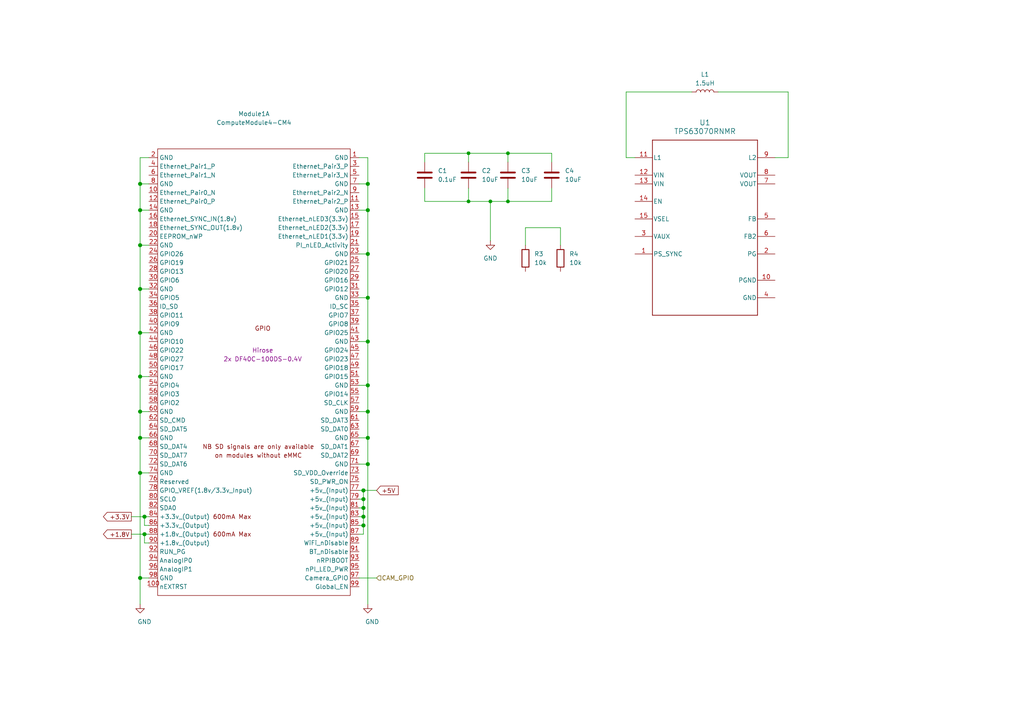
<source format=kicad_sch>
(kicad_sch
	(version 20231120)
	(generator "eeschema")
	(generator_version "8.0")
	(uuid "5b14a86f-88c5-43cf-a04c-6e5ee80faa04")
	(paper "A4")
	(title_block
		(title "Raspberry Pi Compute Module 4 AeroGuard")
		(date "2020-10-31")
		(rev "v01")
		(comment 4 "Author: Narain Vazquez")
	)
	(lib_symbols
		(symbol "CM4IO:ComputeModule4-CM4"
			(exclude_from_sim no)
			(in_bom yes)
			(on_board yes)
			(property "Reference" "Module"
				(at 113.03 -68.58 0)
				(effects
					(font
						(size 1.27 1.27)
					)
				)
			)
			(property "Value" "ComputeModule4-CM4"
				(at 140.97 2.54 0)
				(effects
					(font
						(size 1.27 1.27)
					)
				)
			)
			(property "Footprint" "CM4IO:Raspberry-Pi-4-Compute-Module"
				(at 142.24 -26.67 0)
				(effects
					(font
						(size 1.27 1.27)
					)
					(hide yes)
				)
			)
			(property "Datasheet" ""
				(at 142.24 -26.67 0)
				(effects
					(font
						(size 1.27 1.27)
					)
					(hide yes)
				)
			)
			(property "Description" ""
				(at 0 0 0)
				(effects
					(font
						(size 1.27 1.27)
					)
					(hide yes)
				)
			)
			(property "Manufacturer" "Hirose"
				(at 0 0 0)
				(effects
					(font
						(size 1.27 1.27)
					)
				)
			)
			(property "MPN" "2x DF40C-100DS-0.4V"
				(at 0 -2.54 0)
				(effects
					(font
						(size 1.27 1.27)
					)
				)
			)
			(property "Digi-Key_PN" "2x H11615CT-ND"
				(at 0 0 0)
				(effects
					(font
						(size 1.27 1.27)
					)
					(hide yes)
				)
			)
			(property "MPN (Alt)" "2x DF40HC(3.0)-100DS-0.4V"
				(at 0 0 0)
				(effects
					(font
						(size 1.27 1.27)
					)
				)
			)
			(property "Digi-Key_PN (Alt)" "2x H124602CT-ND"
				(at 0 0 0)
				(effects
					(font
						(size 1.27 1.27)
					)
					(hide yes)
				)
			)
			(symbol "ComputeModule4-CM4_1_0"
				(text "GPIO"
					(at 0 6.35 0)
					(effects
						(font
							(size 1.27 1.27)
						)
					)
				)
			)
			(symbol "ComputeModule4-CM4_1_1"
				(rectangle
					(start -30.48 -71.12)
					(end 25.4 58.42)
					(stroke
						(width 0)
						(type default)
					)
					(fill
						(type none)
					)
				)
				(text "600mA Max"
					(at -8.89 -53.34 0)
					(effects
						(font
							(size 1.27 1.27)
						)
					)
				)
				(text "600mA Max"
					(at -8.89 -48.26 0)
					(effects
						(font
							(size 1.27 1.27)
						)
					)
				)
				(text "NB SD signals are only available"
					(at -1.27 -27.94 0)
					(effects
						(font
							(size 1.27 1.27)
						)
					)
				)
				(text "on modules without eMMC"
					(at -1.27 -30.48 0)
					(effects
						(font
							(size 1.27 1.27)
						)
					)
				)
				(pin power_in line
					(at 27.94 55.88 180)
					(length 2.54)
					(name "GND"
						(effects
							(font
								(size 1.27 1.27)
							)
						)
					)
					(number "1"
						(effects
							(font
								(size 1.27 1.27)
							)
						)
					)
				)
				(pin passive line
					(at -33.02 45.72 0)
					(length 2.54)
					(name "Ethernet_Pair0_N"
						(effects
							(font
								(size 1.27 1.27)
							)
						)
					)
					(number "10"
						(effects
							(font
								(size 1.27 1.27)
							)
						)
					)
				)
				(pin output line
					(at -33.02 -68.58 0)
					(length 2.54)
					(name "nEXTRST"
						(effects
							(font
								(size 1.27 1.27)
							)
						)
					)
					(number "100"
						(effects
							(font
								(size 1.27 1.27)
							)
						)
					)
				)
				(pin passive line
					(at 27.94 43.18 180)
					(length 2.54)
					(name "Ethernet_Pair2_P"
						(effects
							(font
								(size 1.27 1.27)
							)
						)
					)
					(number "11"
						(effects
							(font
								(size 1.27 1.27)
							)
						)
					)
				)
				(pin passive line
					(at -33.02 43.18 0)
					(length 2.54)
					(name "Ethernet_Pair0_P"
						(effects
							(font
								(size 1.27 1.27)
							)
						)
					)
					(number "12"
						(effects
							(font
								(size 1.27 1.27)
							)
						)
					)
				)
				(pin power_in line
					(at 27.94 40.64 180)
					(length 2.54)
					(name "GND"
						(effects
							(font
								(size 1.27 1.27)
							)
						)
					)
					(number "13"
						(effects
							(font
								(size 1.27 1.27)
							)
						)
					)
				)
				(pin power_in line
					(at -33.02 40.64 0)
					(length 2.54)
					(name "GND"
						(effects
							(font
								(size 1.27 1.27)
							)
						)
					)
					(number "14"
						(effects
							(font
								(size 1.27 1.27)
							)
						)
					)
				)
				(pin output line
					(at 27.94 38.1 180)
					(length 2.54)
					(name "Ethernet_nLED3(3.3v)"
						(effects
							(font
								(size 1.27 1.27)
							)
						)
					)
					(number "15"
						(effects
							(font
								(size 1.27 1.27)
							)
						)
					)
				)
				(pin input line
					(at -33.02 38.1 0)
					(length 2.54)
					(name "Ethernet_SYNC_IN(1.8v)"
						(effects
							(font
								(size 1.27 1.27)
							)
						)
					)
					(number "16"
						(effects
							(font
								(size 1.27 1.27)
							)
						)
					)
				)
				(pin output line
					(at 27.94 35.56 180)
					(length 2.54)
					(name "Ethernet_nLED2(3.3v)"
						(effects
							(font
								(size 1.27 1.27)
							)
						)
					)
					(number "17"
						(effects
							(font
								(size 1.27 1.27)
							)
						)
					)
				)
				(pin input line
					(at -33.02 35.56 0)
					(length 2.54)
					(name "Ethernet_SYNC_OUT(1.8v)"
						(effects
							(font
								(size 1.27 1.27)
							)
						)
					)
					(number "18"
						(effects
							(font
								(size 1.27 1.27)
							)
						)
					)
				)
				(pin output line
					(at 27.94 33.02 180)
					(length 2.54)
					(name "Ethernet_nLED1(3.3v)"
						(effects
							(font
								(size 1.27 1.27)
							)
						)
					)
					(number "19"
						(effects
							(font
								(size 1.27 1.27)
							)
						)
					)
				)
				(pin power_in line
					(at -33.02 55.88 0)
					(length 2.54)
					(name "GND"
						(effects
							(font
								(size 1.27 1.27)
							)
						)
					)
					(number "2"
						(effects
							(font
								(size 1.27 1.27)
							)
						)
					)
				)
				(pin passive line
					(at -33.02 33.02 0)
					(length 2.54)
					(name "EEPROM_nWP"
						(effects
							(font
								(size 1.27 1.27)
							)
						)
					)
					(number "20"
						(effects
							(font
								(size 1.27 1.27)
							)
						)
					)
				)
				(pin open_collector line
					(at 27.94 30.48 180)
					(length 2.54)
					(name "PI_nLED_Activity"
						(effects
							(font
								(size 1.27 1.27)
							)
						)
					)
					(number "21"
						(effects
							(font
								(size 1.27 1.27)
							)
						)
					)
				)
				(pin power_in line
					(at -33.02 30.48 0)
					(length 2.54)
					(name "GND"
						(effects
							(font
								(size 1.27 1.27)
							)
						)
					)
					(number "22"
						(effects
							(font
								(size 1.27 1.27)
							)
						)
					)
				)
				(pin power_in line
					(at 27.94 27.94 180)
					(length 2.54)
					(name "GND"
						(effects
							(font
								(size 1.27 1.27)
							)
						)
					)
					(number "23"
						(effects
							(font
								(size 1.27 1.27)
							)
						)
					)
				)
				(pin passive line
					(at -33.02 27.94 0)
					(length 2.54)
					(name "GPIO26"
						(effects
							(font
								(size 1.27 1.27)
							)
						)
					)
					(number "24"
						(effects
							(font
								(size 1.27 1.27)
							)
						)
					)
				)
				(pin passive line
					(at 27.94 25.4 180)
					(length 2.54)
					(name "GPIO21"
						(effects
							(font
								(size 1.27 1.27)
							)
						)
					)
					(number "25"
						(effects
							(font
								(size 1.27 1.27)
							)
						)
					)
				)
				(pin passive line
					(at -33.02 25.4 0)
					(length 2.54)
					(name "GPIO19"
						(effects
							(font
								(size 1.27 1.27)
							)
						)
					)
					(number "26"
						(effects
							(font
								(size 1.27 1.27)
							)
						)
					)
				)
				(pin passive line
					(at 27.94 22.86 180)
					(length 2.54)
					(name "GPIO20"
						(effects
							(font
								(size 1.27 1.27)
							)
						)
					)
					(number "27"
						(effects
							(font
								(size 1.27 1.27)
							)
						)
					)
				)
				(pin passive line
					(at -33.02 22.86 0)
					(length 2.54)
					(name "GPIO13"
						(effects
							(font
								(size 1.27 1.27)
							)
						)
					)
					(number "28"
						(effects
							(font
								(size 1.27 1.27)
							)
						)
					)
				)
				(pin passive line
					(at 27.94 20.32 180)
					(length 2.54)
					(name "GPIO16"
						(effects
							(font
								(size 1.27 1.27)
							)
						)
					)
					(number "29"
						(effects
							(font
								(size 1.27 1.27)
							)
						)
					)
				)
				(pin passive line
					(at 27.94 53.34 180)
					(length 2.54)
					(name "Ethernet_Pair3_P"
						(effects
							(font
								(size 1.27 1.27)
							)
						)
					)
					(number "3"
						(effects
							(font
								(size 1.27 1.27)
							)
						)
					)
				)
				(pin passive line
					(at -33.02 20.32 0)
					(length 2.54)
					(name "GPIO6"
						(effects
							(font
								(size 1.27 1.27)
							)
						)
					)
					(number "30"
						(effects
							(font
								(size 1.27 1.27)
							)
						)
					)
				)
				(pin passive line
					(at 27.94 17.78 180)
					(length 2.54)
					(name "GPIO12"
						(effects
							(font
								(size 1.27 1.27)
							)
						)
					)
					(number "31"
						(effects
							(font
								(size 1.27 1.27)
							)
						)
					)
				)
				(pin power_in line
					(at -33.02 17.78 0)
					(length 2.54)
					(name "GND"
						(effects
							(font
								(size 1.27 1.27)
							)
						)
					)
					(number "32"
						(effects
							(font
								(size 1.27 1.27)
							)
						)
					)
				)
				(pin power_in line
					(at 27.94 15.24 180)
					(length 2.54)
					(name "GND"
						(effects
							(font
								(size 1.27 1.27)
							)
						)
					)
					(number "33"
						(effects
							(font
								(size 1.27 1.27)
							)
						)
					)
				)
				(pin passive line
					(at -33.02 15.24 0)
					(length 2.54)
					(name "GPIO5"
						(effects
							(font
								(size 1.27 1.27)
							)
						)
					)
					(number "34"
						(effects
							(font
								(size 1.27 1.27)
							)
						)
					)
				)
				(pin passive line
					(at 27.94 12.7 180)
					(length 2.54)
					(name "ID_SC"
						(effects
							(font
								(size 1.27 1.27)
							)
						)
					)
					(number "35"
						(effects
							(font
								(size 1.27 1.27)
							)
						)
					)
				)
				(pin passive line
					(at -33.02 12.7 0)
					(length 2.54)
					(name "ID_SD"
						(effects
							(font
								(size 1.27 1.27)
							)
						)
					)
					(number "36"
						(effects
							(font
								(size 1.27 1.27)
							)
						)
					)
				)
				(pin passive line
					(at 27.94 10.16 180)
					(length 2.54)
					(name "GPIO7"
						(effects
							(font
								(size 1.27 1.27)
							)
						)
					)
					(number "37"
						(effects
							(font
								(size 1.27 1.27)
							)
						)
					)
				)
				(pin passive line
					(at -33.02 10.16 0)
					(length 2.54)
					(name "GPIO11"
						(effects
							(font
								(size 1.27 1.27)
							)
						)
					)
					(number "38"
						(effects
							(font
								(size 1.27 1.27)
							)
						)
					)
				)
				(pin passive line
					(at 27.94 7.62 180)
					(length 2.54)
					(name "GPIO8"
						(effects
							(font
								(size 1.27 1.27)
							)
						)
					)
					(number "39"
						(effects
							(font
								(size 1.27 1.27)
							)
						)
					)
				)
				(pin passive line
					(at -33.02 53.34 0)
					(length 2.54)
					(name "Ethernet_Pair1_P"
						(effects
							(font
								(size 1.27 1.27)
							)
						)
					)
					(number "4"
						(effects
							(font
								(size 1.27 1.27)
							)
						)
					)
				)
				(pin passive line
					(at -33.02 7.62 0)
					(length 2.54)
					(name "GPIO9"
						(effects
							(font
								(size 1.27 1.27)
							)
						)
					)
					(number "40"
						(effects
							(font
								(size 1.27 1.27)
							)
						)
					)
				)
				(pin passive line
					(at 27.94 5.08 180)
					(length 2.54)
					(name "GPIO25"
						(effects
							(font
								(size 1.27 1.27)
							)
						)
					)
					(number "41"
						(effects
							(font
								(size 1.27 1.27)
							)
						)
					)
				)
				(pin power_in line
					(at -33.02 5.08 0)
					(length 2.54)
					(name "GND"
						(effects
							(font
								(size 1.27 1.27)
							)
						)
					)
					(number "42"
						(effects
							(font
								(size 1.27 1.27)
							)
						)
					)
				)
				(pin power_in line
					(at 27.94 2.54 180)
					(length 2.54)
					(name "GND"
						(effects
							(font
								(size 1.27 1.27)
							)
						)
					)
					(number "43"
						(effects
							(font
								(size 1.27 1.27)
							)
						)
					)
				)
				(pin passive line
					(at -33.02 2.54 0)
					(length 2.54)
					(name "GPIO10"
						(effects
							(font
								(size 1.27 1.27)
							)
						)
					)
					(number "44"
						(effects
							(font
								(size 1.27 1.27)
							)
						)
					)
				)
				(pin passive line
					(at 27.94 0 180)
					(length 2.54)
					(name "GPIO24"
						(effects
							(font
								(size 1.27 1.27)
							)
						)
					)
					(number "45"
						(effects
							(font
								(size 1.27 1.27)
							)
						)
					)
				)
				(pin passive line
					(at -33.02 0 0)
					(length 2.54)
					(name "GPIO22"
						(effects
							(font
								(size 1.27 1.27)
							)
						)
					)
					(number "46"
						(effects
							(font
								(size 1.27 1.27)
							)
						)
					)
				)
				(pin passive line
					(at 27.94 -2.54 180)
					(length 2.54)
					(name "GPIO23"
						(effects
							(font
								(size 1.27 1.27)
							)
						)
					)
					(number "47"
						(effects
							(font
								(size 1.27 1.27)
							)
						)
					)
				)
				(pin passive line
					(at -33.02 -2.54 0)
					(length 2.54)
					(name "GPIO27"
						(effects
							(font
								(size 1.27 1.27)
							)
						)
					)
					(number "48"
						(effects
							(font
								(size 1.27 1.27)
							)
						)
					)
				)
				(pin passive line
					(at 27.94 -5.08 180)
					(length 2.54)
					(name "GPIO18"
						(effects
							(font
								(size 1.27 1.27)
							)
						)
					)
					(number "49"
						(effects
							(font
								(size 1.27 1.27)
							)
						)
					)
				)
				(pin passive line
					(at 27.94 50.8 180)
					(length 2.54)
					(name "Ethernet_Pair3_N"
						(effects
							(font
								(size 1.27 1.27)
							)
						)
					)
					(number "5"
						(effects
							(font
								(size 1.27 1.27)
							)
						)
					)
				)
				(pin passive line
					(at -33.02 -5.08 0)
					(length 2.54)
					(name "GPIO17"
						(effects
							(font
								(size 1.27 1.27)
							)
						)
					)
					(number "50"
						(effects
							(font
								(size 1.27 1.27)
							)
						)
					)
				)
				(pin passive line
					(at 27.94 -7.62 180)
					(length 2.54)
					(name "GPIO15"
						(effects
							(font
								(size 1.27 1.27)
							)
						)
					)
					(number "51"
						(effects
							(font
								(size 1.27 1.27)
							)
						)
					)
				)
				(pin power_in line
					(at -33.02 -7.62 0)
					(length 2.54)
					(name "GND"
						(effects
							(font
								(size 1.27 1.27)
							)
						)
					)
					(number "52"
						(effects
							(font
								(size 1.27 1.27)
							)
						)
					)
				)
				(pin power_in line
					(at 27.94 -10.16 180)
					(length 2.54)
					(name "GND"
						(effects
							(font
								(size 1.27 1.27)
							)
						)
					)
					(number "53"
						(effects
							(font
								(size 1.27 1.27)
							)
						)
					)
				)
				(pin passive line
					(at -33.02 -10.16 0)
					(length 2.54)
					(name "GPIO4"
						(effects
							(font
								(size 1.27 1.27)
							)
						)
					)
					(number "54"
						(effects
							(font
								(size 1.27 1.27)
							)
						)
					)
				)
				(pin passive line
					(at 27.94 -12.7 180)
					(length 2.54)
					(name "GPIO14"
						(effects
							(font
								(size 1.27 1.27)
							)
						)
					)
					(number "55"
						(effects
							(font
								(size 1.27 1.27)
							)
						)
					)
				)
				(pin passive line
					(at -33.02 -12.7 0)
					(length 2.54)
					(name "GPIO3"
						(effects
							(font
								(size 1.27 1.27)
							)
						)
					)
					(number "56"
						(effects
							(font
								(size 1.27 1.27)
							)
						)
					)
				)
				(pin passive line
					(at 27.94 -15.24 180)
					(length 2.54)
					(name "SD_CLK"
						(effects
							(font
								(size 1.27 1.27)
							)
						)
					)
					(number "57"
						(effects
							(font
								(size 1.27 1.27)
							)
						)
					)
				)
				(pin passive line
					(at -33.02 -15.24 0)
					(length 2.54)
					(name "GPIO2"
						(effects
							(font
								(size 1.27 1.27)
							)
						)
					)
					(number "58"
						(effects
							(font
								(size 1.27 1.27)
							)
						)
					)
				)
				(pin power_in line
					(at 27.94 -17.78 180)
					(length 2.54)
					(name "GND"
						(effects
							(font
								(size 1.27 1.27)
							)
						)
					)
					(number "59"
						(effects
							(font
								(size 1.27 1.27)
							)
						)
					)
				)
				(pin passive line
					(at -33.02 50.8 0)
					(length 2.54)
					(name "Ethernet_Pair1_N"
						(effects
							(font
								(size 1.27 1.27)
							)
						)
					)
					(number "6"
						(effects
							(font
								(size 1.27 1.27)
							)
						)
					)
				)
				(pin power_in line
					(at -33.02 -17.78 0)
					(length 2.54)
					(name "GND"
						(effects
							(font
								(size 1.27 1.27)
							)
						)
					)
					(number "60"
						(effects
							(font
								(size 1.27 1.27)
							)
						)
					)
				)
				(pin passive line
					(at 27.94 -20.32 180)
					(length 2.54)
					(name "SD_DAT3"
						(effects
							(font
								(size 1.27 1.27)
							)
						)
					)
					(number "61"
						(effects
							(font
								(size 1.27 1.27)
							)
						)
					)
				)
				(pin passive line
					(at -33.02 -20.32 0)
					(length 2.54)
					(name "SD_CMD"
						(effects
							(font
								(size 1.27 1.27)
							)
						)
					)
					(number "62"
						(effects
							(font
								(size 1.27 1.27)
							)
						)
					)
				)
				(pin passive line
					(at 27.94 -22.86 180)
					(length 2.54)
					(name "SD_DAT0"
						(effects
							(font
								(size 1.27 1.27)
							)
						)
					)
					(number "63"
						(effects
							(font
								(size 1.27 1.27)
							)
						)
					)
				)
				(pin passive line
					(at -33.02 -22.86 0)
					(length 2.54)
					(name "SD_DAT5"
						(effects
							(font
								(size 1.27 1.27)
							)
						)
					)
					(number "64"
						(effects
							(font
								(size 1.27 1.27)
							)
						)
					)
				)
				(pin power_in line
					(at 27.94 -25.4 180)
					(length 2.54)
					(name "GND"
						(effects
							(font
								(size 1.27 1.27)
							)
						)
					)
					(number "65"
						(effects
							(font
								(size 1.27 1.27)
							)
						)
					)
				)
				(pin power_in line
					(at -33.02 -25.4 0)
					(length 2.54)
					(name "GND"
						(effects
							(font
								(size 1.27 1.27)
							)
						)
					)
					(number "66"
						(effects
							(font
								(size 1.27 1.27)
							)
						)
					)
				)
				(pin passive line
					(at 27.94 -27.94 180)
					(length 2.54)
					(name "SD_DAT1"
						(effects
							(font
								(size 1.27 1.27)
							)
						)
					)
					(number "67"
						(effects
							(font
								(size 1.27 1.27)
							)
						)
					)
				)
				(pin passive line
					(at -33.02 -27.94 0)
					(length 2.54)
					(name "SD_DAT4"
						(effects
							(font
								(size 1.27 1.27)
							)
						)
					)
					(number "68"
						(effects
							(font
								(size 1.27 1.27)
							)
						)
					)
				)
				(pin passive line
					(at 27.94 -30.48 180)
					(length 2.54)
					(name "SD_DAT2"
						(effects
							(font
								(size 1.27 1.27)
							)
						)
					)
					(number "69"
						(effects
							(font
								(size 1.27 1.27)
							)
						)
					)
				)
				(pin power_in line
					(at 27.94 48.26 180)
					(length 2.54)
					(name "GND"
						(effects
							(font
								(size 1.27 1.27)
							)
						)
					)
					(number "7"
						(effects
							(font
								(size 1.27 1.27)
							)
						)
					)
				)
				(pin passive line
					(at -33.02 -30.48 0)
					(length 2.54)
					(name "SD_DAT7"
						(effects
							(font
								(size 1.27 1.27)
							)
						)
					)
					(number "70"
						(effects
							(font
								(size 1.27 1.27)
							)
						)
					)
				)
				(pin power_in line
					(at 27.94 -33.02 180)
					(length 2.54)
					(name "GND"
						(effects
							(font
								(size 1.27 1.27)
							)
						)
					)
					(number "71"
						(effects
							(font
								(size 1.27 1.27)
							)
						)
					)
				)
				(pin passive line
					(at -33.02 -33.02 0)
					(length 2.54)
					(name "SD_DAT6"
						(effects
							(font
								(size 1.27 1.27)
							)
						)
					)
					(number "72"
						(effects
							(font
								(size 1.27 1.27)
							)
						)
					)
				)
				(pin input line
					(at 27.94 -35.56 180)
					(length 2.54)
					(name "SD_VDD_Override"
						(effects
							(font
								(size 1.27 1.27)
							)
						)
					)
					(number "73"
						(effects
							(font
								(size 1.27 1.27)
							)
						)
					)
				)
				(pin power_in line
					(at -33.02 -35.56 0)
					(length 2.54)
					(name "GND"
						(effects
							(font
								(size 1.27 1.27)
							)
						)
					)
					(number "74"
						(effects
							(font
								(size 1.27 1.27)
							)
						)
					)
				)
				(pin output line
					(at 27.94 -38.1 180)
					(length 2.54)
					(name "SD_PWR_ON"
						(effects
							(font
								(size 1.27 1.27)
							)
						)
					)
					(number "75"
						(effects
							(font
								(size 1.27 1.27)
							)
						)
					)
				)
				(pin passive line
					(at -33.02 -38.1 0)
					(length 2.54)
					(name "Reserved"
						(effects
							(font
								(size 1.27 1.27)
							)
						)
					)
					(number "76"
						(effects
							(font
								(size 1.27 1.27)
							)
						)
					)
				)
				(pin power_in line
					(at 27.94 -40.64 180)
					(length 2.54)
					(name "+5v_(Input)"
						(effects
							(font
								(size 1.27 1.27)
							)
						)
					)
					(number "77"
						(effects
							(font
								(size 1.27 1.27)
							)
						)
					)
				)
				(pin power_in line
					(at -33.02 -40.64 0)
					(length 2.54)
					(name "GPIO_VREF(1.8v/3.3v_Input)"
						(effects
							(font
								(size 1.27 1.27)
							)
						)
					)
					(number "78"
						(effects
							(font
								(size 1.27 1.27)
							)
						)
					)
				)
				(pin power_in line
					(at 27.94 -43.18 180)
					(length 2.54)
					(name "+5v_(Input)"
						(effects
							(font
								(size 1.27 1.27)
							)
						)
					)
					(number "79"
						(effects
							(font
								(size 1.27 1.27)
							)
						)
					)
				)
				(pin power_in line
					(at -33.02 48.26 0)
					(length 2.54)
					(name "GND"
						(effects
							(font
								(size 1.27 1.27)
							)
						)
					)
					(number "8"
						(effects
							(font
								(size 1.27 1.27)
							)
						)
					)
				)
				(pin passive line
					(at -33.02 -43.18 0)
					(length 2.54)
					(name "SCL0"
						(effects
							(font
								(size 1.27 1.27)
							)
						)
					)
					(number "80"
						(effects
							(font
								(size 1.27 1.27)
							)
						)
					)
				)
				(pin power_in line
					(at 27.94 -45.72 180)
					(length 2.54)
					(name "+5v_(Input)"
						(effects
							(font
								(size 1.27 1.27)
							)
						)
					)
					(number "81"
						(effects
							(font
								(size 1.27 1.27)
							)
						)
					)
				)
				(pin passive line
					(at -33.02 -45.72 0)
					(length 2.54)
					(name "SDA0"
						(effects
							(font
								(size 1.27 1.27)
							)
						)
					)
					(number "82"
						(effects
							(font
								(size 1.27 1.27)
							)
						)
					)
				)
				(pin power_in line
					(at 27.94 -48.26 180)
					(length 2.54)
					(name "+5v_(Input)"
						(effects
							(font
								(size 1.27 1.27)
							)
						)
					)
					(number "83"
						(effects
							(font
								(size 1.27 1.27)
							)
						)
					)
				)
				(pin power_out line
					(at -33.02 -48.26 0)
					(length 2.54)
					(name "+3.3v_(Output)"
						(effects
							(font
								(size 1.27 1.27)
							)
						)
					)
					(number "84"
						(effects
							(font
								(size 1.27 1.27)
							)
						)
					)
				)
				(pin power_in line
					(at 27.94 -50.8 180)
					(length 2.54)
					(name "+5v_(Input)"
						(effects
							(font
								(size 1.27 1.27)
							)
						)
					)
					(number "85"
						(effects
							(font
								(size 1.27 1.27)
							)
						)
					)
				)
				(pin power_out line
					(at -33.02 -50.8 0)
					(length 2.54)
					(name "+3.3v_(Output)"
						(effects
							(font
								(size 1.27 1.27)
							)
						)
					)
					(number "86"
						(effects
							(font
								(size 1.27 1.27)
							)
						)
					)
				)
				(pin power_in line
					(at 27.94 -53.34 180)
					(length 2.54)
					(name "+5v_(Input)"
						(effects
							(font
								(size 1.27 1.27)
							)
						)
					)
					(number "87"
						(effects
							(font
								(size 1.27 1.27)
							)
						)
					)
				)
				(pin power_out line
					(at -33.02 -53.34 0)
					(length 2.54)
					(name "+1.8v_(Output)"
						(effects
							(font
								(size 1.27 1.27)
							)
						)
					)
					(number "88"
						(effects
							(font
								(size 1.27 1.27)
							)
						)
					)
				)
				(pin power_in line
					(at 27.94 -55.88 180)
					(length 2.54)
					(name "WiFi_nDisable"
						(effects
							(font
								(size 1.27 1.27)
							)
						)
					)
					(number "89"
						(effects
							(font
								(size 1.27 1.27)
							)
						)
					)
				)
				(pin passive line
					(at 27.94 45.72 180)
					(length 2.54)
					(name "Ethernet_Pair2_N"
						(effects
							(font
								(size 1.27 1.27)
							)
						)
					)
					(number "9"
						(effects
							(font
								(size 1.27 1.27)
							)
						)
					)
				)
				(pin power_out line
					(at -33.02 -55.88 0)
					(length 2.54)
					(name "+1.8v_(Output)"
						(effects
							(font
								(size 1.27 1.27)
							)
						)
					)
					(number "90"
						(effects
							(font
								(size 1.27 1.27)
							)
						)
					)
				)
				(pin power_in line
					(at 27.94 -58.42 180)
					(length 2.54)
					(name "BT_nDisable"
						(effects
							(font
								(size 1.27 1.27)
							)
						)
					)
					(number "91"
						(effects
							(font
								(size 1.27 1.27)
							)
						)
					)
				)
				(pin passive line
					(at -33.02 -58.42 0)
					(length 2.54)
					(name "RUN_PG"
						(effects
							(font
								(size 1.27 1.27)
							)
						)
					)
					(number "92"
						(effects
							(font
								(size 1.27 1.27)
							)
						)
					)
				)
				(pin input line
					(at 27.94 -60.96 180)
					(length 2.54)
					(name "nRPIBOOT"
						(effects
							(font
								(size 1.27 1.27)
							)
						)
					)
					(number "93"
						(effects
							(font
								(size 1.27 1.27)
							)
						)
					)
				)
				(pin passive line
					(at -33.02 -60.96 0)
					(length 2.54)
					(name "AnalogIP0"
						(effects
							(font
								(size 1.27 1.27)
							)
						)
					)
					(number "94"
						(effects
							(font
								(size 1.27 1.27)
							)
						)
					)
				)
				(pin output line
					(at 27.94 -63.5 180)
					(length 2.54)
					(name "nPI_LED_PWR"
						(effects
							(font
								(size 1.27 1.27)
							)
						)
					)
					(number "95"
						(effects
							(font
								(size 1.27 1.27)
							)
						)
					)
				)
				(pin passive line
					(at -33.02 -63.5 0)
					(length 2.54)
					(name "AnalogIP1"
						(effects
							(font
								(size 1.27 1.27)
							)
						)
					)
					(number "96"
						(effects
							(font
								(size 1.27 1.27)
							)
						)
					)
				)
				(pin passive line
					(at 27.94 -66.04 180)
					(length 2.54)
					(name "Camera_GPIO"
						(effects
							(font
								(size 1.27 1.27)
							)
						)
					)
					(number "97"
						(effects
							(font
								(size 1.27 1.27)
							)
						)
					)
				)
				(pin power_in line
					(at -33.02 -66.04 0)
					(length 2.54)
					(name "GND"
						(effects
							(font
								(size 1.27 1.27)
							)
						)
					)
					(number "98"
						(effects
							(font
								(size 1.27 1.27)
							)
						)
					)
				)
				(pin input line
					(at 27.94 -68.58 180)
					(length 2.54)
					(name "Global_EN"
						(effects
							(font
								(size 1.27 1.27)
							)
						)
					)
					(number "99"
						(effects
							(font
								(size 1.27 1.27)
							)
						)
					)
				)
			)
			(symbol "ComputeModule4-CM4_2_1"
				(rectangle
					(start 114.3 -66.04)
					(end 165.1 63.5)
					(stroke
						(width 0)
						(type default)
					)
					(fill
						(type none)
					)
				)
				(text "High Speed Serial"
					(at 140.97 0 0)
					(effects
						(font
							(size 1.27 1.27)
						)
					)
				)
				(pin input line
					(at 170.18 60.96 180)
					(length 5.08)
					(name "USB_OTG_ID"
						(effects
							(font
								(size 1.27 1.27)
							)
						)
					)
					(number "101"
						(effects
							(font
								(size 1.27 1.27)
							)
						)
					)
				)
				(pin input line
					(at 109.22 60.96 0)
					(length 5.08)
					(name "PCIe_CLK_nREQ"
						(effects
							(font
								(size 1.27 1.27)
							)
						)
					)
					(number "102"
						(effects
							(font
								(size 1.27 1.27)
							)
						)
					)
				)
				(pin passive line
					(at 170.18 58.42 180)
					(length 5.08)
					(name "USB2_N"
						(effects
							(font
								(size 1.27 1.27)
							)
						)
					)
					(number "103"
						(effects
							(font
								(size 1.27 1.27)
							)
						)
					)
				)
				(pin passive line
					(at 109.22 58.42 0)
					(length 5.08)
					(name "Reserved"
						(effects
							(font
								(size 1.27 1.27)
							)
						)
					)
					(number "104"
						(effects
							(font
								(size 1.27 1.27)
							)
						)
					)
				)
				(pin passive line
					(at 170.18 55.88 180)
					(length 5.08)
					(name "USB2_P"
						(effects
							(font
								(size 1.27 1.27)
							)
						)
					)
					(number "105"
						(effects
							(font
								(size 1.27 1.27)
							)
						)
					)
				)
				(pin passive line
					(at 109.22 55.88 0)
					(length 5.08)
					(name "Reserved"
						(effects
							(font
								(size 1.27 1.27)
							)
						)
					)
					(number "106"
						(effects
							(font
								(size 1.27 1.27)
							)
						)
					)
				)
				(pin power_in line
					(at 170.18 53.34 180)
					(length 5.08)
					(name "GND"
						(effects
							(font
								(size 1.27 1.27)
							)
						)
					)
					(number "107"
						(effects
							(font
								(size 1.27 1.27)
							)
						)
					)
				)
				(pin power_in line
					(at 109.22 53.34 0)
					(length 5.08)
					(name "GND"
						(effects
							(font
								(size 1.27 1.27)
							)
						)
					)
					(number "108"
						(effects
							(font
								(size 1.27 1.27)
							)
						)
					)
				)
				(pin bidirectional line
					(at 170.18 50.8 180)
					(length 5.08)
					(name "PCIe_nRST"
						(effects
							(font
								(size 1.27 1.27)
							)
						)
					)
					(number "109"
						(effects
							(font
								(size 1.27 1.27)
							)
						)
					)
				)
				(pin output line
					(at 109.22 50.8 0)
					(length 5.08)
					(name "PCIe_CLK_P"
						(effects
							(font
								(size 1.27 1.27)
							)
						)
					)
					(number "110"
						(effects
							(font
								(size 1.27 1.27)
							)
						)
					)
				)
				(pin passive line
					(at 170.18 48.26 180)
					(length 5.08)
					(name "VDAC_COMP"
						(effects
							(font
								(size 1.27 1.27)
							)
						)
					)
					(number "111"
						(effects
							(font
								(size 1.27 1.27)
							)
						)
					)
				)
				(pin output line
					(at 109.22 48.26 0)
					(length 5.08)
					(name "PCIe_CLK_N"
						(effects
							(font
								(size 1.27 1.27)
							)
						)
					)
					(number "112"
						(effects
							(font
								(size 1.27 1.27)
							)
						)
					)
				)
				(pin power_in line
					(at 170.18 45.72 180)
					(length 5.08)
					(name "GND"
						(effects
							(font
								(size 1.27 1.27)
							)
						)
					)
					(number "113"
						(effects
							(font
								(size 1.27 1.27)
							)
						)
					)
				)
				(pin power_in line
					(at 109.22 45.72 0)
					(length 5.08)
					(name "GND"
						(effects
							(font
								(size 1.27 1.27)
							)
						)
					)
					(number "114"
						(effects
							(font
								(size 1.27 1.27)
							)
						)
					)
				)
				(pin input line
					(at 170.18 43.18 180)
					(length 5.08)
					(name "CAM1_D0_N"
						(effects
							(font
								(size 1.27 1.27)
							)
						)
					)
					(number "115"
						(effects
							(font
								(size 1.27 1.27)
							)
						)
					)
				)
				(pin input line
					(at 109.22 43.18 0)
					(length 5.08)
					(name "PCIe_RX_P"
						(effects
							(font
								(size 1.27 1.27)
							)
						)
					)
					(number "116"
						(effects
							(font
								(size 1.27 1.27)
							)
						)
					)
				)
				(pin input line
					(at 170.18 40.64 180)
					(length 5.08)
					(name "CAM1_D0_P"
						(effects
							(font
								(size 1.27 1.27)
							)
						)
					)
					(number "117"
						(effects
							(font
								(size 1.27 1.27)
							)
						)
					)
				)
				(pin input line
					(at 109.22 40.64 0)
					(length 5.08)
					(name "PCIe_RX_N"
						(effects
							(font
								(size 1.27 1.27)
							)
						)
					)
					(number "118"
						(effects
							(font
								(size 1.27 1.27)
							)
						)
					)
				)
				(pin power_in line
					(at 170.18 38.1 180)
					(length 5.08)
					(name "GND"
						(effects
							(font
								(size 1.27 1.27)
							)
						)
					)
					(number "119"
						(effects
							(font
								(size 1.27 1.27)
							)
						)
					)
				)
				(pin power_in line
					(at 109.22 38.1 0)
					(length 5.08)
					(name "GND"
						(effects
							(font
								(size 1.27 1.27)
							)
						)
					)
					(number "120"
						(effects
							(font
								(size 1.27 1.27)
							)
						)
					)
				)
				(pin input line
					(at 170.18 35.56 180)
					(length 5.08)
					(name "CAM1_D1_N"
						(effects
							(font
								(size 1.27 1.27)
							)
						)
					)
					(number "121"
						(effects
							(font
								(size 1.27 1.27)
							)
						)
					)
				)
				(pin output line
					(at 109.22 35.56 0)
					(length 5.08)
					(name "PCIe_TX_P"
						(effects
							(font
								(size 1.27 1.27)
							)
						)
					)
					(number "122"
						(effects
							(font
								(size 1.27 1.27)
							)
						)
					)
				)
				(pin input line
					(at 170.18 33.02 180)
					(length 5.08)
					(name "CAM1_D1_P"
						(effects
							(font
								(size 1.27 1.27)
							)
						)
					)
					(number "123"
						(effects
							(font
								(size 1.27 1.27)
							)
						)
					)
				)
				(pin output line
					(at 109.22 33.02 0)
					(length 5.08)
					(name "PCIe_TX_N"
						(effects
							(font
								(size 1.27 1.27)
							)
						)
					)
					(number "124"
						(effects
							(font
								(size 1.27 1.27)
							)
						)
					)
				)
				(pin power_in line
					(at 170.18 30.48 180)
					(length 5.08)
					(name "GND"
						(effects
							(font
								(size 1.27 1.27)
							)
						)
					)
					(number "125"
						(effects
							(font
								(size 1.27 1.27)
							)
						)
					)
				)
				(pin power_in line
					(at 109.22 30.48 0)
					(length 5.08)
					(name "GND"
						(effects
							(font
								(size 1.27 1.27)
							)
						)
					)
					(number "126"
						(effects
							(font
								(size 1.27 1.27)
							)
						)
					)
				)
				(pin input line
					(at 170.18 27.94 180)
					(length 5.08)
					(name "CAM1_C_N"
						(effects
							(font
								(size 1.27 1.27)
							)
						)
					)
					(number "127"
						(effects
							(font
								(size 1.27 1.27)
							)
						)
					)
				)
				(pin input line
					(at 109.22 27.94 0)
					(length 5.08)
					(name "CAM0_D0_N"
						(effects
							(font
								(size 1.27 1.27)
							)
						)
					)
					(number "128"
						(effects
							(font
								(size 1.27 1.27)
							)
						)
					)
				)
				(pin input line
					(at 170.18 25.4 180)
					(length 5.08)
					(name "CAM1_C_P"
						(effects
							(font
								(size 1.27 1.27)
							)
						)
					)
					(number "129"
						(effects
							(font
								(size 1.27 1.27)
							)
						)
					)
				)
				(pin input line
					(at 109.22 25.4 0)
					(length 5.08)
					(name "CAM0_D0_P"
						(effects
							(font
								(size 1.27 1.27)
							)
						)
					)
					(number "130"
						(effects
							(font
								(size 1.27 1.27)
							)
						)
					)
				)
				(pin power_in line
					(at 170.18 22.86 180)
					(length 5.08)
					(name "GND"
						(effects
							(font
								(size 1.27 1.27)
							)
						)
					)
					(number "131"
						(effects
							(font
								(size 1.27 1.27)
							)
						)
					)
				)
				(pin power_in line
					(at 109.22 22.86 0)
					(length 5.08)
					(name "GND"
						(effects
							(font
								(size 1.27 1.27)
							)
						)
					)
					(number "132"
						(effects
							(font
								(size 1.27 1.27)
							)
						)
					)
				)
				(pin input line
					(at 170.18 20.32 180)
					(length 5.08)
					(name "CAM1_D2_N"
						(effects
							(font
								(size 1.27 1.27)
							)
						)
					)
					(number "133"
						(effects
							(font
								(size 1.27 1.27)
							)
						)
					)
				)
				(pin input line
					(at 109.22 20.32 0)
					(length 5.08)
					(name "CAM0_D1_N"
						(effects
							(font
								(size 1.27 1.27)
							)
						)
					)
					(number "134"
						(effects
							(font
								(size 1.27 1.27)
							)
						)
					)
				)
				(pin input line
					(at 170.18 17.78 180)
					(length 5.08)
					(name "CAM1_D2_P"
						(effects
							(font
								(size 1.27 1.27)
							)
						)
					)
					(number "135"
						(effects
							(font
								(size 1.27 1.27)
							)
						)
					)
				)
				(pin input line
					(at 109.22 17.78 0)
					(length 5.08)
					(name "CAM0_D1_P"
						(effects
							(font
								(size 1.27 1.27)
							)
						)
					)
					(number "136"
						(effects
							(font
								(size 1.27 1.27)
							)
						)
					)
				)
				(pin power_in line
					(at 170.18 15.24 180)
					(length 5.08)
					(name "GND"
						(effects
							(font
								(size 1.27 1.27)
							)
						)
					)
					(number "137"
						(effects
							(font
								(size 1.27 1.27)
							)
						)
					)
				)
				(pin power_in line
					(at 109.22 15.24 0)
					(length 5.08)
					(name "GND"
						(effects
							(font
								(size 1.27 1.27)
							)
						)
					)
					(number "138"
						(effects
							(font
								(size 1.27 1.27)
							)
						)
					)
				)
				(pin input line
					(at 170.18 12.7 180)
					(length 5.08)
					(name "CAM1_D3_N"
						(effects
							(font
								(size 1.27 1.27)
							)
						)
					)
					(number "139"
						(effects
							(font
								(size 1.27 1.27)
							)
						)
					)
				)
				(pin input line
					(at 109.22 12.7 0)
					(length 5.08)
					(name "CAM0_C_N"
						(effects
							(font
								(size 1.27 1.27)
							)
						)
					)
					(number "140"
						(effects
							(font
								(size 1.27 1.27)
							)
						)
					)
				)
				(pin input line
					(at 170.18 10.16 180)
					(length 5.08)
					(name "CAM1_D3_P"
						(effects
							(font
								(size 1.27 1.27)
							)
						)
					)
					(number "141"
						(effects
							(font
								(size 1.27 1.27)
							)
						)
					)
				)
				(pin input line
					(at 109.22 10.16 0)
					(length 5.08)
					(name "CAM0_C_P"
						(effects
							(font
								(size 1.27 1.27)
							)
						)
					)
					(number "142"
						(effects
							(font
								(size 1.27 1.27)
							)
						)
					)
				)
				(pin input line
					(at 170.18 7.62 180)
					(length 5.08)
					(name "HDMI1_HOTPLUG"
						(effects
							(font
								(size 1.27 1.27)
							)
						)
					)
					(number "143"
						(effects
							(font
								(size 1.27 1.27)
							)
						)
					)
				)
				(pin power_in line
					(at 109.22 7.62 0)
					(length 5.08)
					(name "GND"
						(effects
							(font
								(size 1.27 1.27)
							)
						)
					)
					(number "144"
						(effects
							(font
								(size 1.27 1.27)
							)
						)
					)
				)
				(pin bidirectional line
					(at 170.18 5.08 180)
					(length 5.08)
					(name "HDMI1_SDA"
						(effects
							(font
								(size 1.27 1.27)
							)
						)
					)
					(number "145"
						(effects
							(font
								(size 1.27 1.27)
							)
						)
					)
				)
				(pin output line
					(at 109.22 5.08 0)
					(length 5.08)
					(name "HDMI1_TX2_P"
						(effects
							(font
								(size 1.27 1.27)
							)
						)
					)
					(number "146"
						(effects
							(font
								(size 1.27 1.27)
							)
						)
					)
				)
				(pin open_collector line
					(at 170.18 2.54 180)
					(length 5.08)
					(name "HDMI1_SCL"
						(effects
							(font
								(size 1.27 1.27)
							)
						)
					)
					(number "147"
						(effects
							(font
								(size 1.27 1.27)
							)
						)
					)
				)
				(pin output line
					(at 109.22 2.54 0)
					(length 5.08)
					(name "HDMI1_TX2_N"
						(effects
							(font
								(size 1.27 1.27)
							)
						)
					)
					(number "148"
						(effects
							(font
								(size 1.27 1.27)
							)
						)
					)
				)
				(pin open_collector line
					(at 170.18 0 180)
					(length 5.08)
					(name "HDMI1_CEC"
						(effects
							(font
								(size 1.27 1.27)
							)
						)
					)
					(number "149"
						(effects
							(font
								(size 1.27 1.27)
							)
						)
					)
				)
				(pin power_in line
					(at 109.22 0 0)
					(length 5.08)
					(name "GND"
						(effects
							(font
								(size 1.27 1.27)
							)
						)
					)
					(number "150"
						(effects
							(font
								(size 1.27 1.27)
							)
						)
					)
				)
				(pin open_collector line
					(at 170.18 -2.54 180)
					(length 5.08)
					(name "HDMI0_CEC"
						(effects
							(font
								(size 1.27 1.27)
							)
						)
					)
					(number "151"
						(effects
							(font
								(size 1.27 1.27)
							)
						)
					)
				)
				(pin output line
					(at 109.22 -2.54 0)
					(length 5.08)
					(name "HDMI1_TX1_P"
						(effects
							(font
								(size 1.27 1.27)
							)
						)
					)
					(number "152"
						(effects
							(font
								(size 1.27 1.27)
							)
						)
					)
				)
				(pin input line
					(at 170.18 -5.08 180)
					(length 5.08)
					(name "HDMI0_HOTPLUG"
						(effects
							(font
								(size 1.27 1.27)
							)
						)
					)
					(number "153"
						(effects
							(font
								(size 1.27 1.27)
							)
						)
					)
				)
				(pin output line
					(at 109.22 -5.08 0)
					(length 5.08)
					(name "HDMI1_TX1_N"
						(effects
							(font
								(size 1.27 1.27)
							)
						)
					)
					(number "154"
						(effects
							(font
								(size 1.27 1.27)
							)
						)
					)
				)
				(pin power_in line
					(at 170.18 -7.62 180)
					(length 5.08)
					(name "GND"
						(effects
							(font
								(size 1.27 1.27)
							)
						)
					)
					(number "155"
						(effects
							(font
								(size 1.27 1.27)
							)
						)
					)
				)
				(pin power_in line
					(at 109.22 -7.62 0)
					(length 5.08)
					(name "GND"
						(effects
							(font
								(size 1.27 1.27)
							)
						)
					)
					(number "156"
						(effects
							(font
								(size 1.27 1.27)
							)
						)
					)
				)
				(pin output line
					(at 170.18 -10.16 180)
					(length 5.08)
					(name "DSI0_D0_N"
						(effects
							(font
								(size 1.27 1.27)
							)
						)
					)
					(number "157"
						(effects
							(font
								(size 1.27 1.27)
							)
						)
					)
				)
				(pin output line
					(at 109.22 -10.16 0)
					(length 5.08)
					(name "HDMI1_TX0_P"
						(effects
							(font
								(size 1.27 1.27)
							)
						)
					)
					(number "158"
						(effects
							(font
								(size 1.27 1.27)
							)
						)
					)
				)
				(pin output line
					(at 170.18 -12.7 180)
					(length 5.08)
					(name "DSI0_D0_P"
						(effects
							(font
								(size 1.27 1.27)
							)
						)
					)
					(number "159"
						(effects
							(font
								(size 1.27 1.27)
							)
						)
					)
				)
				(pin output line
					(at 109.22 -12.7 0)
					(length 5.08)
					(name "HDMI1_TX0_N"
						(effects
							(font
								(size 1.27 1.27)
							)
						)
					)
					(number "160"
						(effects
							(font
								(size 1.27 1.27)
							)
						)
					)
				)
				(pin power_in line
					(at 170.18 -15.24 180)
					(length 5.08)
					(name "GND"
						(effects
							(font
								(size 1.27 1.27)
							)
						)
					)
					(number "161"
						(effects
							(font
								(size 1.27 1.27)
							)
						)
					)
				)
				(pin power_in line
					(at 109.22 -15.24 0)
					(length 5.08)
					(name "GND"
						(effects
							(font
								(size 1.27 1.27)
							)
						)
					)
					(number "162"
						(effects
							(font
								(size 1.27 1.27)
							)
						)
					)
				)
				(pin output line
					(at 170.18 -17.78 180)
					(length 5.08)
					(name "DSI0_D1_N"
						(effects
							(font
								(size 1.27 1.27)
							)
						)
					)
					(number "163"
						(effects
							(font
								(size 1.27 1.27)
							)
						)
					)
				)
				(pin output line
					(at 109.22 -17.78 0)
					(length 5.08)
					(name "HDMI1_CLK_P"
						(effects
							(font
								(size 1.27 1.27)
							)
						)
					)
					(number "164"
						(effects
							(font
								(size 1.27 1.27)
							)
						)
					)
				)
				(pin output line
					(at 170.18 -20.32 180)
					(length 5.08)
					(name "DSI0_D1_P"
						(effects
							(font
								(size 1.27 1.27)
							)
						)
					)
					(number "165"
						(effects
							(font
								(size 1.27 1.27)
							)
						)
					)
				)
				(pin output line
					(at 109.22 -20.32 0)
					(length 5.08)
					(name "HDMI1_CLK_N"
						(effects
							(font
								(size 1.27 1.27)
							)
						)
					)
					(number "166"
						(effects
							(font
								(size 1.27 1.27)
							)
						)
					)
				)
				(pin power_in line
					(at 170.18 -22.86 180)
					(length 5.08)
					(name "GND"
						(effects
							(font
								(size 1.27 1.27)
							)
						)
					)
					(number "167"
						(effects
							(font
								(size 1.27 1.27)
							)
						)
					)
				)
				(pin power_in line
					(at 109.22 -22.86 0)
					(length 5.08)
					(name "GND"
						(effects
							(font
								(size 1.27 1.27)
							)
						)
					)
					(number "168"
						(effects
							(font
								(size 1.27 1.27)
							)
						)
					)
				)
				(pin output line
					(at 170.18 -25.4 180)
					(length 5.08)
					(name "DSI0_C_N"
						(effects
							(font
								(size 1.27 1.27)
							)
						)
					)
					(number "169"
						(effects
							(font
								(size 1.27 1.27)
							)
						)
					)
				)
				(pin output line
					(at 109.22 -25.4 0)
					(length 5.08)
					(name "HDMI0_TX2_P"
						(effects
							(font
								(size 1.27 1.27)
							)
						)
					)
					(number "170"
						(effects
							(font
								(size 1.27 1.27)
							)
						)
					)
				)
				(pin output line
					(at 170.18 -27.94 180)
					(length 5.08)
					(name "DSI0_C_P"
						(effects
							(font
								(size 1.27 1.27)
							)
						)
					)
					(number "171"
						(effects
							(font
								(size 1.27 1.27)
							)
						)
					)
				)
				(pin output line
					(at 109.22 -27.94 0)
					(length 5.08)
					(name "HDMI0_TX2_N"
						(effects
							(font
								(size 1.27 1.27)
							)
						)
					)
					(number "172"
						(effects
							(font
								(size 1.27 1.27)
							)
						)
					)
				)
				(pin power_in line
					(at 170.18 -30.48 180)
					(length 5.08)
					(name "GND"
						(effects
							(font
								(size 1.27 1.27)
							)
						)
					)
					(number "173"
						(effects
							(font
								(size 1.27 1.27)
							)
						)
					)
				)
				(pin power_in line
					(at 109.22 -30.48 0)
					(length 5.08)
					(name "GND"
						(effects
							(font
								(size 1.27 1.27)
							)
						)
					)
					(number "174"
						(effects
							(font
								(size 1.27 1.27)
							)
						)
					)
				)
				(pin output line
					(at 170.18 -33.02 180)
					(length 5.08)
					(name "DSI1_D0_N"
						(effects
							(font
								(size 1.27 1.27)
							)
						)
					)
					(number "175"
						(effects
							(font
								(size 1.27 1.27)
							)
						)
					)
				)
				(pin output line
					(at 109.22 -33.02 0)
					(length 5.08)
					(name "HDMI0_TX1_P"
						(effects
							(font
								(size 1.27 1.27)
							)
						)
					)
					(number "176"
						(effects
							(font
								(size 1.27 1.27)
							)
						)
					)
				)
				(pin output line
					(at 170.18 -35.56 180)
					(length 5.08)
					(name "DSI1_D0_P"
						(effects
							(font
								(size 1.27 1.27)
							)
						)
					)
					(number "177"
						(effects
							(font
								(size 1.27 1.27)
							)
						)
					)
				)
				(pin output line
					(at 109.22 -35.56 0)
					(length 5.08)
					(name "HDMI0_TX1_N"
						(effects
							(font
								(size 1.27 1.27)
							)
						)
					)
					(number "178"
						(effects
							(font
								(size 1.27 1.27)
							)
						)
					)
				)
				(pin power_in line
					(at 170.18 -38.1 180)
					(length 5.08)
					(name "GND"
						(effects
							(font
								(size 1.27 1.27)
							)
						)
					)
					(number "179"
						(effects
							(font
								(size 1.27 1.27)
							)
						)
					)
				)
				(pin power_in line
					(at 109.22 -38.1 0)
					(length 5.08)
					(name "GND"
						(effects
							(font
								(size 1.27 1.27)
							)
						)
					)
					(number "180"
						(effects
							(font
								(size 1.27 1.27)
							)
						)
					)
				)
				(pin output line
					(at 170.18 -40.64 180)
					(length 5.08)
					(name "DSI1_D1_N"
						(effects
							(font
								(size 1.27 1.27)
							)
						)
					)
					(number "181"
						(effects
							(font
								(size 1.27 1.27)
							)
						)
					)
				)
				(pin output line
					(at 109.22 -40.64 0)
					(length 5.08)
					(name "HDMI0_TX0_P"
						(effects
							(font
								(size 1.27 1.27)
							)
						)
					)
					(number "182"
						(effects
							(font
								(size 1.27 1.27)
							)
						)
					)
				)
				(pin output line
					(at 170.18 -43.18 180)
					(length 5.08)
					(name "DSI1_D1_P"
						(effects
							(font
								(size 1.27 1.27)
							)
						)
					)
					(number "183"
						(effects
							(font
								(size 1.27 1.27)
							)
						)
					)
				)
				(pin output line
					(at 109.22 -43.18 0)
					(length 5.08)
					(name "HDMI0_TX0_N"
						(effects
							(font
								(size 1.27 1.27)
							)
						)
					)
					(number "184"
						(effects
							(font
								(size 1.27 1.27)
							)
						)
					)
				)
				(pin power_in line
					(at 170.18 -45.72 180)
					(length 5.08)
					(name "GND"
						(effects
							(font
								(size 1.27 1.27)
							)
						)
					)
					(number "185"
						(effects
							(font
								(size 1.27 1.27)
							)
						)
					)
				)
				(pin power_in line
					(at 109.22 -45.72 0)
					(length 5.08)
					(name "GND"
						(effects
							(font
								(size 1.27 1.27)
							)
						)
					)
					(number "186"
						(effects
							(font
								(size 1.27 1.27)
							)
						)
					)
				)
				(pin output line
					(at 170.18 -48.26 180)
					(length 5.08)
					(name "DSI1_C_N"
						(effects
							(font
								(size 1.27 1.27)
							)
						)
					)
					(number "187"
						(effects
							(font
								(size 1.27 1.27)
							)
						)
					)
				)
				(pin output line
					(at 109.22 -48.26 0)
					(length 5.08)
					(name "HDMI0_CLK_P"
						(effects
							(font
								(size 1.27 1.27)
							)
						)
					)
					(number "188"
						(effects
							(font
								(size 1.27 1.27)
							)
						)
					)
				)
				(pin output line
					(at 170.18 -50.8 180)
					(length 5.08)
					(name "DSI1_C_P"
						(effects
							(font
								(size 1.27 1.27)
							)
						)
					)
					(number "189"
						(effects
							(font
								(size 1.27 1.27)
							)
						)
					)
				)
				(pin output line
					(at 109.22 -50.8 0)
					(length 5.08)
					(name "HDMI0_CLK_N"
						(effects
							(font
								(size 1.27 1.27)
							)
						)
					)
					(number "190"
						(effects
							(font
								(size 1.27 1.27)
							)
						)
					)
				)
				(pin power_in line
					(at 170.18 -53.34 180)
					(length 5.08)
					(name "GND"
						(effects
							(font
								(size 1.27 1.27)
							)
						)
					)
					(number "191"
						(effects
							(font
								(size 1.27 1.27)
							)
						)
					)
				)
				(pin power_in line
					(at 109.22 -53.34 0)
					(length 5.08)
					(name "GND"
						(effects
							(font
								(size 1.27 1.27)
							)
						)
					)
					(number "192"
						(effects
							(font
								(size 1.27 1.27)
							)
						)
					)
				)
				(pin output line
					(at 170.18 -55.88 180)
					(length 5.08)
					(name "DSI1_D2_N"
						(effects
							(font
								(size 1.27 1.27)
							)
						)
					)
					(number "193"
						(effects
							(font
								(size 1.27 1.27)
							)
						)
					)
				)
				(pin output line
					(at 109.22 -55.88 0)
					(length 5.08)
					(name "DSI1_D3_N"
						(effects
							(font
								(size 1.27 1.27)
							)
						)
					)
					(number "194"
						(effects
							(font
								(size 1.27 1.27)
							)
						)
					)
				)
				(pin output line
					(at 170.18 -58.42 180)
					(length 5.08)
					(name "DSI1_D2_P"
						(effects
							(font
								(size 1.27 1.27)
							)
						)
					)
					(number "195"
						(effects
							(font
								(size 1.27 1.27)
							)
						)
					)
				)
				(pin output line
					(at 109.22 -58.42 0)
					(length 5.08)
					(name "DSI1_D3_P"
						(effects
							(font
								(size 1.27 1.27)
							)
						)
					)
					(number "196"
						(effects
							(font
								(size 1.27 1.27)
							)
						)
					)
				)
				(pin power_in line
					(at 170.18 -60.96 180)
					(length 5.08)
					(name "GND"
						(effects
							(font
								(size 1.27 1.27)
							)
						)
					)
					(number "197"
						(effects
							(font
								(size 1.27 1.27)
							)
						)
					)
				)
				(pin power_in line
					(at 109.22 -60.96 0)
					(length 5.08)
					(name "GND"
						(effects
							(font
								(size 1.27 1.27)
							)
						)
					)
					(number "198"
						(effects
							(font
								(size 1.27 1.27)
							)
						)
					)
				)
				(pin bidirectional line
					(at 170.18 -63.5 180)
					(length 5.08)
					(name "HDMI0_SDA"
						(effects
							(font
								(size 1.27 1.27)
							)
						)
					)
					(number "199"
						(effects
							(font
								(size 1.27 1.27)
							)
						)
					)
				)
				(pin open_collector line
					(at 109.22 -63.5 0)
					(length 5.08)
					(name "HDMI0_SCL"
						(effects
							(font
								(size 1.27 1.27)
							)
						)
					)
					(number "200"
						(effects
							(font
								(size 1.27 1.27)
							)
						)
					)
				)
			)
		)
		(symbol "Device:C"
			(pin_numbers hide)
			(pin_names
				(offset 0.254)
			)
			(exclude_from_sim no)
			(in_bom yes)
			(on_board yes)
			(property "Reference" "C"
				(at 0.635 2.54 0)
				(effects
					(font
						(size 1.27 1.27)
					)
					(justify left)
				)
			)
			(property "Value" "C"
				(at 0.635 -2.54 0)
				(effects
					(font
						(size 1.27 1.27)
					)
					(justify left)
				)
			)
			(property "Footprint" ""
				(at 0.9652 -3.81 0)
				(effects
					(font
						(size 1.27 1.27)
					)
					(hide yes)
				)
			)
			(property "Datasheet" "~"
				(at 0 0 0)
				(effects
					(font
						(size 1.27 1.27)
					)
					(hide yes)
				)
			)
			(property "Description" "Unpolarized capacitor"
				(at 0 0 0)
				(effects
					(font
						(size 1.27 1.27)
					)
					(hide yes)
				)
			)
			(property "ki_keywords" "cap capacitor"
				(at 0 0 0)
				(effects
					(font
						(size 1.27 1.27)
					)
					(hide yes)
				)
			)
			(property "ki_fp_filters" "C_*"
				(at 0 0 0)
				(effects
					(font
						(size 1.27 1.27)
					)
					(hide yes)
				)
			)
			(symbol "C_0_1"
				(polyline
					(pts
						(xy -2.032 -0.762) (xy 2.032 -0.762)
					)
					(stroke
						(width 0.508)
						(type default)
					)
					(fill
						(type none)
					)
				)
				(polyline
					(pts
						(xy -2.032 0.762) (xy 2.032 0.762)
					)
					(stroke
						(width 0.508)
						(type default)
					)
					(fill
						(type none)
					)
				)
			)
			(symbol "C_1_1"
				(pin passive line
					(at 0 3.81 270)
					(length 2.794)
					(name "~"
						(effects
							(font
								(size 1.27 1.27)
							)
						)
					)
					(number "1"
						(effects
							(font
								(size 1.27 1.27)
							)
						)
					)
				)
				(pin passive line
					(at 0 -3.81 90)
					(length 2.794)
					(name "~"
						(effects
							(font
								(size 1.27 1.27)
							)
						)
					)
					(number "2"
						(effects
							(font
								(size 1.27 1.27)
							)
						)
					)
				)
			)
		)
		(symbol "Device:L"
			(pin_numbers hide)
			(pin_names
				(offset 1.016) hide)
			(exclude_from_sim no)
			(in_bom yes)
			(on_board yes)
			(property "Reference" "L"
				(at -1.27 0 90)
				(effects
					(font
						(size 1.27 1.27)
					)
				)
			)
			(property "Value" "L"
				(at 1.905 0 90)
				(effects
					(font
						(size 1.27 1.27)
					)
				)
			)
			(property "Footprint" ""
				(at 0 0 0)
				(effects
					(font
						(size 1.27 1.27)
					)
					(hide yes)
				)
			)
			(property "Datasheet" "~"
				(at 0 0 0)
				(effects
					(font
						(size 1.27 1.27)
					)
					(hide yes)
				)
			)
			(property "Description" "Inductor"
				(at 0 0 0)
				(effects
					(font
						(size 1.27 1.27)
					)
					(hide yes)
				)
			)
			(property "ki_keywords" "inductor choke coil reactor magnetic"
				(at 0 0 0)
				(effects
					(font
						(size 1.27 1.27)
					)
					(hide yes)
				)
			)
			(property "ki_fp_filters" "Choke_* *Coil* Inductor_* L_*"
				(at 0 0 0)
				(effects
					(font
						(size 1.27 1.27)
					)
					(hide yes)
				)
			)
			(symbol "L_0_1"
				(arc
					(start 0 -2.54)
					(mid 0.6323 -1.905)
					(end 0 -1.27)
					(stroke
						(width 0)
						(type default)
					)
					(fill
						(type none)
					)
				)
				(arc
					(start 0 -1.27)
					(mid 0.6323 -0.635)
					(end 0 0)
					(stroke
						(width 0)
						(type default)
					)
					(fill
						(type none)
					)
				)
				(arc
					(start 0 0)
					(mid 0.6323 0.635)
					(end 0 1.27)
					(stroke
						(width 0)
						(type default)
					)
					(fill
						(type none)
					)
				)
				(arc
					(start 0 1.27)
					(mid 0.6323 1.905)
					(end 0 2.54)
					(stroke
						(width 0)
						(type default)
					)
					(fill
						(type none)
					)
				)
			)
			(symbol "L_1_1"
				(pin passive line
					(at 0 3.81 270)
					(length 1.27)
					(name "1"
						(effects
							(font
								(size 1.27 1.27)
							)
						)
					)
					(number "1"
						(effects
							(font
								(size 1.27 1.27)
							)
						)
					)
				)
				(pin passive line
					(at 0 -3.81 90)
					(length 1.27)
					(name "2"
						(effects
							(font
								(size 1.27 1.27)
							)
						)
					)
					(number "2"
						(effects
							(font
								(size 1.27 1.27)
							)
						)
					)
				)
			)
		)
		(symbol "Device:R"
			(pin_numbers hide)
			(pin_names
				(offset 0)
			)
			(exclude_from_sim no)
			(in_bom yes)
			(on_board yes)
			(property "Reference" "R"
				(at 2.032 0 90)
				(effects
					(font
						(size 1.27 1.27)
					)
				)
			)
			(property "Value" "R"
				(at 0 0 90)
				(effects
					(font
						(size 1.27 1.27)
					)
				)
			)
			(property "Footprint" ""
				(at -1.778 0 90)
				(effects
					(font
						(size 1.27 1.27)
					)
					(hide yes)
				)
			)
			(property "Datasheet" "~"
				(at 0 0 0)
				(effects
					(font
						(size 1.27 1.27)
					)
					(hide yes)
				)
			)
			(property "Description" "Resistor"
				(at 0 0 0)
				(effects
					(font
						(size 1.27 1.27)
					)
					(hide yes)
				)
			)
			(property "ki_keywords" "R res resistor"
				(at 0 0 0)
				(effects
					(font
						(size 1.27 1.27)
					)
					(hide yes)
				)
			)
			(property "ki_fp_filters" "R_*"
				(at 0 0 0)
				(effects
					(font
						(size 1.27 1.27)
					)
					(hide yes)
				)
			)
			(symbol "R_0_1"
				(rectangle
					(start -1.016 -2.54)
					(end 1.016 2.54)
					(stroke
						(width 0.254)
						(type default)
					)
					(fill
						(type none)
					)
				)
			)
			(symbol "R_1_1"
				(pin passive line
					(at 0 3.81 270)
					(length 1.27)
					(name "~"
						(effects
							(font
								(size 1.27 1.27)
							)
						)
					)
					(number "1"
						(effects
							(font
								(size 1.27 1.27)
							)
						)
					)
				)
				(pin passive line
					(at 0 -3.81 90)
					(length 1.27)
					(name "~"
						(effects
							(font
								(size 1.27 1.27)
							)
						)
					)
					(number "2"
						(effects
							(font
								(size 1.27 1.27)
							)
						)
					)
				)
			)
		)
		(symbol "GND_1"
			(power)
			(pin_numbers hide)
			(pin_names
				(offset 0) hide)
			(exclude_from_sim no)
			(in_bom yes)
			(on_board yes)
			(property "Reference" "#PWR"
				(at 0 -6.35 0)
				(effects
					(font
						(size 1.27 1.27)
					)
					(hide yes)
				)
			)
			(property "Value" "GND"
				(at 0 -3.81 0)
				(effects
					(font
						(size 1.27 1.27)
					)
				)
			)
			(property "Footprint" ""
				(at 0 0 0)
				(effects
					(font
						(size 1.27 1.27)
					)
					(hide yes)
				)
			)
			(property "Datasheet" ""
				(at 0 0 0)
				(effects
					(font
						(size 1.27 1.27)
					)
					(hide yes)
				)
			)
			(property "Description" "Power symbol creates a global label with name \"GND\" , ground"
				(at 0 0 0)
				(effects
					(font
						(size 1.27 1.27)
					)
					(hide yes)
				)
			)
			(property "ki_keywords" "global power"
				(at 0 0 0)
				(effects
					(font
						(size 1.27 1.27)
					)
					(hide yes)
				)
			)
			(symbol "GND_1_0_1"
				(polyline
					(pts
						(xy 0 0) (xy 0 -1.27) (xy 1.27 -1.27) (xy 0 -2.54) (xy -1.27 -1.27) (xy 0 -1.27)
					)
					(stroke
						(width 0)
						(type default)
					)
					(fill
						(type none)
					)
				)
			)
			(symbol "GND_1_1_1"
				(pin power_in line
					(at 0 0 270)
					(length 0)
					(name "~"
						(effects
							(font
								(size 1.27 1.27)
							)
						)
					)
					(number "1"
						(effects
							(font
								(size 1.27 1.27)
							)
						)
					)
				)
			)
		)
		(symbol "buckboost:TPS63070RNMR"
			(pin_names
				(offset 0.254)
			)
			(exclude_from_sim no)
			(in_bom yes)
			(on_board yes)
			(property "Reference" "U"
				(at 0 2.54 0)
				(effects
					(font
						(size 1.524 1.524)
					)
				)
			)
			(property "Value" "TPS63070RNMR"
				(at 0 0 0)
				(effects
					(font
						(size 1.524 1.524)
					)
				)
			)
			(property "Footprint" "RNM0015A"
				(at 0 0 0)
				(effects
					(font
						(size 1.27 1.27)
						(italic yes)
					)
					(hide yes)
				)
			)
			(property "Datasheet" "TPS63070RNMR"
				(at 0 0 0)
				(effects
					(font
						(size 1.27 1.27)
						(italic yes)
					)
					(hide yes)
				)
			)
			(property "Description" ""
				(at 0 0 0)
				(effects
					(font
						(size 1.27 1.27)
					)
					(hide yes)
				)
			)
			(property "ki_locked" ""
				(at 0 0 0)
				(effects
					(font
						(size 1.27 1.27)
					)
				)
			)
			(property "ki_keywords" "TPS63070RNMR"
				(at 0 0 0)
				(effects
					(font
						(size 1.27 1.27)
					)
					(hide yes)
				)
			)
			(property "ki_fp_filters" "RNM0015A"
				(at 0 0 0)
				(effects
					(font
						(size 1.27 1.27)
					)
					(hide yes)
				)
			)
			(symbol "TPS63070RNMR_0_1"
				(polyline
					(pts
						(xy -15.24 -25.4) (xy 15.24 -25.4)
					)
					(stroke
						(width 0.2032)
						(type default)
					)
					(fill
						(type none)
					)
				)
				(polyline
					(pts
						(xy -15.24 25.4) (xy -15.24 -25.4)
					)
					(stroke
						(width 0.2032)
						(type default)
					)
					(fill
						(type none)
					)
				)
				(polyline
					(pts
						(xy 15.24 -25.4) (xy 15.24 25.4)
					)
					(stroke
						(width 0.2032)
						(type default)
					)
					(fill
						(type none)
					)
				)
				(polyline
					(pts
						(xy 15.24 25.4) (xy -15.24 25.4)
					)
					(stroke
						(width 0.2032)
						(type default)
					)
					(fill
						(type none)
					)
				)
				(pin input line
					(at -20.32 -7.62 0)
					(length 5.08)
					(name "PS_SYNC"
						(effects
							(font
								(size 1.27 1.27)
							)
						)
					)
					(number "1"
						(effects
							(font
								(size 1.27 1.27)
							)
						)
					)
				)
				(pin power_in line
					(at 20.32 -15.24 180)
					(length 5.08)
					(name "PGND"
						(effects
							(font
								(size 1.27 1.27)
							)
						)
					)
					(number "10"
						(effects
							(font
								(size 1.27 1.27)
							)
						)
					)
				)
				(pin unspecified line
					(at -20.32 20.32 0)
					(length 5.08)
					(name "L1"
						(effects
							(font
								(size 1.27 1.27)
							)
						)
					)
					(number "11"
						(effects
							(font
								(size 1.27 1.27)
							)
						)
					)
				)
				(pin power_in line
					(at -20.32 15.24 0)
					(length 5.08)
					(name "VIN"
						(effects
							(font
								(size 1.27 1.27)
							)
						)
					)
					(number "12"
						(effects
							(font
								(size 1.27 1.27)
							)
						)
					)
				)
				(pin power_in line
					(at -20.32 12.7 0)
					(length 5.08)
					(name "VIN"
						(effects
							(font
								(size 1.27 1.27)
							)
						)
					)
					(number "13"
						(effects
							(font
								(size 1.27 1.27)
							)
						)
					)
				)
				(pin input line
					(at -20.32 7.62 0)
					(length 5.08)
					(name "EN"
						(effects
							(font
								(size 1.27 1.27)
							)
						)
					)
					(number "14"
						(effects
							(font
								(size 1.27 1.27)
							)
						)
					)
				)
				(pin input line
					(at -20.32 2.54 0)
					(length 5.08)
					(name "VSEL"
						(effects
							(font
								(size 1.27 1.27)
							)
						)
					)
					(number "15"
						(effects
							(font
								(size 1.27 1.27)
							)
						)
					)
				)
				(pin open_collector line
					(at 20.32 -7.62 180)
					(length 5.08)
					(name "PG"
						(effects
							(font
								(size 1.27 1.27)
							)
						)
					)
					(number "2"
						(effects
							(font
								(size 1.27 1.27)
							)
						)
					)
				)
				(pin unspecified line
					(at -20.32 -2.54 0)
					(length 5.08)
					(name "VAUX"
						(effects
							(font
								(size 1.27 1.27)
							)
						)
					)
					(number "3"
						(effects
							(font
								(size 1.27 1.27)
							)
						)
					)
				)
				(pin power_in line
					(at 20.32 -20.32 180)
					(length 5.08)
					(name "GND"
						(effects
							(font
								(size 1.27 1.27)
							)
						)
					)
					(number "4"
						(effects
							(font
								(size 1.27 1.27)
							)
						)
					)
				)
				(pin output line
					(at 20.32 2.54 180)
					(length 5.08)
					(name "FB"
						(effects
							(font
								(size 1.27 1.27)
							)
						)
					)
					(number "5"
						(effects
							(font
								(size 1.27 1.27)
							)
						)
					)
				)
				(pin input line
					(at 20.32 -2.54 180)
					(length 5.08)
					(name "FB2"
						(effects
							(font
								(size 1.27 1.27)
							)
						)
					)
					(number "6"
						(effects
							(font
								(size 1.27 1.27)
							)
						)
					)
				)
				(pin power_in line
					(at 20.32 12.7 180)
					(length 5.08)
					(name "VOUT"
						(effects
							(font
								(size 1.27 1.27)
							)
						)
					)
					(number "7"
						(effects
							(font
								(size 1.27 1.27)
							)
						)
					)
				)
				(pin power_in line
					(at 20.32 15.24 180)
					(length 5.08)
					(name "VOUT"
						(effects
							(font
								(size 1.27 1.27)
							)
						)
					)
					(number "8"
						(effects
							(font
								(size 1.27 1.27)
							)
						)
					)
				)
				(pin unspecified line
					(at 20.32 20.32 180)
					(length 5.08)
					(name "L2"
						(effects
							(font
								(size 1.27 1.27)
							)
						)
					)
					(number "9"
						(effects
							(font
								(size 1.27 1.27)
							)
						)
					)
				)
			)
		)
		(symbol "power:GND"
			(power)
			(pin_names
				(offset 0)
			)
			(exclude_from_sim no)
			(in_bom yes)
			(on_board yes)
			(property "Reference" "#PWR"
				(at 0 -6.35 0)
				(effects
					(font
						(size 1.27 1.27)
					)
					(hide yes)
				)
			)
			(property "Value" "GND"
				(at 0 -3.81 0)
				(effects
					(font
						(size 1.27 1.27)
					)
				)
			)
			(property "Footprint" ""
				(at 0 0 0)
				(effects
					(font
						(size 1.27 1.27)
					)
					(hide yes)
				)
			)
			(property "Datasheet" ""
				(at 0 0 0)
				(effects
					(font
						(size 1.27 1.27)
					)
					(hide yes)
				)
			)
			(property "Description" "Power symbol creates a global label with name \"GND\" , ground"
				(at 0 0 0)
				(effects
					(font
						(size 1.27 1.27)
					)
					(hide yes)
				)
			)
			(property "ki_keywords" "power-flag"
				(at 0 0 0)
				(effects
					(font
						(size 1.27 1.27)
					)
					(hide yes)
				)
			)
			(symbol "GND_0_1"
				(polyline
					(pts
						(xy 0 0) (xy 0 -1.27) (xy 1.27 -1.27) (xy 0 -2.54) (xy -1.27 -1.27) (xy 0 -1.27)
					)
					(stroke
						(width 0)
						(type default)
					)
					(fill
						(type none)
					)
				)
			)
			(symbol "GND_1_1"
				(pin power_in line
					(at 0 0 270)
					(length 0) hide
					(name "GND"
						(effects
							(font
								(size 1.27 1.27)
							)
						)
					)
					(number "1"
						(effects
							(font
								(size 1.27 1.27)
							)
						)
					)
				)
			)
		)
	)
	(junction
		(at 105.41 142.24)
		(diameter 1.016)
		(color 0 0 0 0)
		(uuid "00843cbc-a345-4aae-84dc-471fd1877b5d")
	)
	(junction
		(at 40.64 109.22)
		(diameter 1.016)
		(color 0 0 0 0)
		(uuid "0bece723-4cbd-4e47-a34c-b22fe663a1a5")
	)
	(junction
		(at 105.41 144.78)
		(diameter 1.016)
		(color 0 0 0 0)
		(uuid "0d379de3-38bf-4366-9a94-5819cb820da2")
	)
	(junction
		(at 135.89 44.45)
		(diameter 0)
		(color 0 0 0 0)
		(uuid "10512b81-ed29-43a0-ba6c-7717d1de0fa8")
	)
	(junction
		(at 135.89 58.42)
		(diameter 0)
		(color 0 0 0 0)
		(uuid "13123327-2ae0-4dd7-847e-758a7a67fd13")
	)
	(junction
		(at 106.68 134.62)
		(diameter 1.016)
		(color 0 0 0 0)
		(uuid "13f4c871-61dc-4b4e-aede-3939941c2ba6")
	)
	(junction
		(at 40.64 137.16)
		(diameter 1.016)
		(color 0 0 0 0)
		(uuid "1ecb0e95-c1c1-4ae6-8934-0d5e30c753fe")
	)
	(junction
		(at 40.64 96.52)
		(diameter 1.016)
		(color 0 0 0 0)
		(uuid "3fbe7804-c3b2-4abf-9425-87b09fd3df2d")
	)
	(junction
		(at 40.64 60.96)
		(diameter 1.016)
		(color 0 0 0 0)
		(uuid "486e030f-1967-497b-9f84-e85a98d5b8c2")
	)
	(junction
		(at 147.32 58.42)
		(diameter 0)
		(color 0 0 0 0)
		(uuid "4961f209-61a9-4899-b6cc-ab08d0798f8e")
	)
	(junction
		(at 147.32 44.45)
		(diameter 0)
		(color 0 0 0 0)
		(uuid "4fa38fa1-42d1-4e80-a586-ea6342f0d7e1")
	)
	(junction
		(at 40.64 71.12)
		(diameter 1.016)
		(color 0 0 0 0)
		(uuid "533a6e4c-f628-4a75-aa83-b6f7f33a5fea")
	)
	(junction
		(at 106.68 99.06)
		(diameter 1.016)
		(color 0 0 0 0)
		(uuid "56f7c89c-bdd7-49e1-b865-e4ecf6a98432")
	)
	(junction
		(at 105.41 152.4)
		(diameter 1.016)
		(color 0 0 0 0)
		(uuid "5a05f19e-6efb-4d07-a98c-04c8eeb168f3")
	)
	(junction
		(at 106.68 127)
		(diameter 1.016)
		(color 0 0 0 0)
		(uuid "67548c4a-74ad-4ac4-aed3-e66767a23dd9")
	)
	(junction
		(at 142.24 58.42)
		(diameter 0)
		(color 0 0 0 0)
		(uuid "7a64fa8e-7ec9-4263-97e1-ba5ed755885f")
	)
	(junction
		(at 106.68 53.34)
		(diameter 1.016)
		(color 0 0 0 0)
		(uuid "7be4d470-1ac4-4754-982c-9c95091a0073")
	)
	(junction
		(at 41.91 149.86)
		(diameter 1.016)
		(color 0 0 0 0)
		(uuid "832f773d-ba25-4c33-a686-f4481f1282da")
	)
	(junction
		(at 41.91 154.94)
		(diameter 1.016)
		(color 0 0 0 0)
		(uuid "86c6d5a6-5b81-4e08-92b0-e215bbf2b727")
	)
	(junction
		(at 40.64 83.82)
		(diameter 1.016)
		(color 0 0 0 0)
		(uuid "9dd192aa-d9a1-4b2a-964d-db9795317e8d")
	)
	(junction
		(at 105.41 147.32)
		(diameter 1.016)
		(color 0 0 0 0)
		(uuid "9ec9663c-c749-47d0-a687-99ee2c1b9e93")
	)
	(junction
		(at 40.64 53.34)
		(diameter 1.016)
		(color 0 0 0 0)
		(uuid "a105e172-4561-4af8-82e1-2890d4fce784")
	)
	(junction
		(at 40.64 167.64)
		(diameter 1.016)
		(color 0 0 0 0)
		(uuid "af0c8a1d-7623-4737-8e2a-e2622ff21105")
	)
	(junction
		(at 106.68 86.36)
		(diameter 1.016)
		(color 0 0 0 0)
		(uuid "b928044e-c8b7-43c5-868e-e3342af6eff5")
	)
	(junction
		(at 106.68 111.76)
		(diameter 1.016)
		(color 0 0 0 0)
		(uuid "d6587ed7-be1d-4342-b7db-9efc2f0b5615")
	)
	(junction
		(at 106.68 73.66)
		(diameter 1.016)
		(color 0 0 0 0)
		(uuid "dd2d0b65-58d8-40ba-9112-f8dd29f9abf5")
	)
	(junction
		(at 105.41 149.86)
		(diameter 1.016)
		(color 0 0 0 0)
		(uuid "e10bff3d-ac0c-4711-9db1-7f9935ed9cbe")
	)
	(junction
		(at 40.64 127)
		(diameter 1.016)
		(color 0 0 0 0)
		(uuid "ecb6e6dd-0827-41a2-8264-09c22f473389")
	)
	(junction
		(at 106.68 119.38)
		(diameter 1.016)
		(color 0 0 0 0)
		(uuid "ef73a466-92a2-4051-ada2-c213ecd8835f")
	)
	(junction
		(at 40.64 119.38)
		(diameter 1.016)
		(color 0 0 0 0)
		(uuid "f1ae5dc8-7539-4b2b-b0c4-77e867d8e078")
	)
	(junction
		(at 106.68 60.96)
		(diameter 1.016)
		(color 0 0 0 0)
		(uuid "f6475519-dc71-4578-8ada-82d6e1d1330c")
	)
	(wire
		(pts
			(xy 208.28 26.67) (xy 228.6 26.67)
		)
		(stroke
			(width 0)
			(type default)
		)
		(uuid "08c2d7fd-6eb4-41f9-8787-c2ba9a3c8356")
	)
	(wire
		(pts
			(xy 142.24 58.42) (xy 142.24 69.85)
		)
		(stroke
			(width 0)
			(type default)
		)
		(uuid "09e7be5e-e046-4a9a-8434-35b81ff85ec9")
	)
	(wire
		(pts
			(xy 106.68 45.72) (xy 106.68 53.34)
		)
		(stroke
			(width 0)
			(type solid)
		)
		(uuid "09ff9789-b56d-4ea9-9c9b-13fbdc0bf465")
	)
	(wire
		(pts
			(xy 106.68 53.34) (xy 106.68 60.96)
		)
		(stroke
			(width 0)
			(type solid)
		)
		(uuid "0ac10e6e-409e-4602-991b-a41e778fd615")
	)
	(wire
		(pts
			(xy 40.64 96.52) (xy 43.18 96.52)
		)
		(stroke
			(width 0)
			(type solid)
		)
		(uuid "0c706d43-99bd-44f8-8f78-8ea1f33fa181")
	)
	(wire
		(pts
			(xy 40.64 60.96) (xy 40.64 71.12)
		)
		(stroke
			(width 0)
			(type solid)
		)
		(uuid "0e3ce667-9c26-4e0d-87f1-be176029c4a4")
	)
	(wire
		(pts
			(xy 104.14 111.76) (xy 106.68 111.76)
		)
		(stroke
			(width 0)
			(type solid)
		)
		(uuid "10e2eb4b-3abb-4cb4-a22d-d74367ab3b20")
	)
	(wire
		(pts
			(xy 147.32 54.61) (xy 147.32 58.42)
		)
		(stroke
			(width 0)
			(type default)
		)
		(uuid "12d5d922-7853-451f-bd1c-16627440677a")
	)
	(wire
		(pts
			(xy 181.61 26.67) (xy 181.61 45.72)
		)
		(stroke
			(width 0)
			(type default)
		)
		(uuid "168409e2-5578-46ee-9d39-2626e1537399")
	)
	(wire
		(pts
			(xy 106.68 111.76) (xy 106.68 119.38)
		)
		(stroke
			(width 0)
			(type solid)
		)
		(uuid "1a62631b-4c31-4417-b9db-5dc1f4c8e1fd")
	)
	(wire
		(pts
			(xy 200.66 26.67) (xy 181.61 26.67)
		)
		(stroke
			(width 0)
			(type default)
		)
		(uuid "1cc1f8a2-6758-4866-9f14-064c8b0a4586")
	)
	(wire
		(pts
			(xy 147.32 44.45) (xy 160.02 44.45)
		)
		(stroke
			(width 0)
			(type default)
		)
		(uuid "1d73f1c9-3dab-4cd9-ae4b-0515a3e2a1a6")
	)
	(wire
		(pts
			(xy 106.68 99.06) (xy 106.68 111.76)
		)
		(stroke
			(width 0)
			(type solid)
		)
		(uuid "24db1278-495b-48f5-ae36-dcfdb9ac5485")
	)
	(wire
		(pts
			(xy 104.14 127) (xy 106.68 127)
		)
		(stroke
			(width 0)
			(type solid)
		)
		(uuid "278ed02a-e7db-446a-8ae0-af72d58bfd9d")
	)
	(wire
		(pts
			(xy 135.89 54.61) (xy 135.89 58.42)
		)
		(stroke
			(width 0)
			(type default)
		)
		(uuid "2898d4c2-7ff6-4152-b5dd-eeb616914541")
	)
	(wire
		(pts
			(xy 104.14 147.32) (xy 105.41 147.32)
		)
		(stroke
			(width 0)
			(type solid)
		)
		(uuid "2c2df902-4c89-4113-a175-7f2446c775b9")
	)
	(wire
		(pts
			(xy 106.68 127) (xy 106.68 134.62)
		)
		(stroke
			(width 0)
			(type solid)
		)
		(uuid "2d8385b2-01b0-4b6b-b2cc-236d1b4442d4")
	)
	(wire
		(pts
			(xy 104.14 149.86) (xy 105.41 149.86)
		)
		(stroke
			(width 0)
			(type solid)
		)
		(uuid "2dd11563-a1d4-4f61-bf4c-92322a19dba8")
	)
	(wire
		(pts
			(xy 228.6 26.67) (xy 228.6 45.72)
		)
		(stroke
			(width 0)
			(type default)
		)
		(uuid "2f0e5bc9-1446-411b-9c6e-9bc5a5ba58d0")
	)
	(wire
		(pts
			(xy 142.24 58.42) (xy 147.32 58.42)
		)
		(stroke
			(width 0)
			(type default)
		)
		(uuid "2fd1577c-af72-43a1-b033-71e76a70ddb8")
	)
	(wire
		(pts
			(xy 38.1 149.86) (xy 41.91 149.86)
		)
		(stroke
			(width 0)
			(type solid)
		)
		(uuid "30e8b410-3e21-4494-aca4-4b61968d837d")
	)
	(wire
		(pts
			(xy 123.19 44.45) (xy 135.89 44.45)
		)
		(stroke
			(width 0)
			(type default)
		)
		(uuid "32a49856-1e45-426d-94a2-6733e1554c17")
	)
	(wire
		(pts
			(xy 40.64 119.38) (xy 40.64 127)
		)
		(stroke
			(width 0)
			(type solid)
		)
		(uuid "32f104f0-d353-4703-8044-4720ff709054")
	)
	(wire
		(pts
			(xy 40.64 127) (xy 43.18 127)
		)
		(stroke
			(width 0)
			(type solid)
		)
		(uuid "3301e9b1-0277-4855-a3cc-5768f6a8d071")
	)
	(wire
		(pts
			(xy 43.18 152.4) (xy 41.91 152.4)
		)
		(stroke
			(width 0)
			(type solid)
		)
		(uuid "35b2a3f0-0e29-4ecb-8178-9f0377874bda")
	)
	(wire
		(pts
			(xy 41.91 157.48) (xy 41.91 154.94)
		)
		(stroke
			(width 0)
			(type solid)
		)
		(uuid "3a96488d-8817-49b7-bca8-264cab527788")
	)
	(wire
		(pts
			(xy 40.64 137.16) (xy 43.18 137.16)
		)
		(stroke
			(width 0)
			(type solid)
		)
		(uuid "3ddafcfa-e3b9-416d-a06d-0244a2be388c")
	)
	(wire
		(pts
			(xy 104.14 167.64) (xy 109.22 167.64)
		)
		(stroke
			(width 0)
			(type default)
		)
		(uuid "3f06ee2f-1e61-47f0-b352-1151a5436337")
	)
	(wire
		(pts
			(xy 104.14 144.78) (xy 105.41 144.78)
		)
		(stroke
			(width 0)
			(type solid)
		)
		(uuid "405d7870-0631-43a8-ad5b-48616b3d67d8")
	)
	(wire
		(pts
			(xy 160.02 58.42) (xy 160.02 54.61)
		)
		(stroke
			(width 0)
			(type default)
		)
		(uuid "455b85a1-25b1-46e3-b345-e6489720f3a7")
	)
	(wire
		(pts
			(xy 40.64 71.12) (xy 40.64 83.82)
		)
		(stroke
			(width 0)
			(type solid)
		)
		(uuid "48a53a10-b8b5-4aec-a55a-4581800be307")
	)
	(wire
		(pts
			(xy 40.64 119.38) (xy 43.18 119.38)
		)
		(stroke
			(width 0)
			(type solid)
		)
		(uuid "49bc3ba7-0de0-44b8-95cb-729c099dc55b")
	)
	(wire
		(pts
			(xy 106.68 73.66) (xy 106.68 86.36)
		)
		(stroke
			(width 0)
			(type solid)
		)
		(uuid "49f9a36a-8b2f-45ba-90ba-f42f258f3f9f")
	)
	(wire
		(pts
			(xy 104.14 99.06) (xy 106.68 99.06)
		)
		(stroke
			(width 0)
			(type solid)
		)
		(uuid "4aa55ab8-df87-40fd-895e-b6beff223b58")
	)
	(wire
		(pts
			(xy 162.56 66.04) (xy 162.56 71.12)
		)
		(stroke
			(width 0)
			(type default)
		)
		(uuid "4c5acf39-95f7-46f8-8061-e4946d8bcbe5")
	)
	(wire
		(pts
			(xy 147.32 44.45) (xy 147.32 46.99)
		)
		(stroke
			(width 0)
			(type default)
		)
		(uuid "512fe134-d082-43fd-9673-fc671ba44527")
	)
	(wire
		(pts
			(xy 104.14 60.96) (xy 106.68 60.96)
		)
		(stroke
			(width 0)
			(type solid)
		)
		(uuid "55ece9d2-d327-47b0-836a-6033799f80fe")
	)
	(wire
		(pts
			(xy 40.64 53.34) (xy 40.64 60.96)
		)
		(stroke
			(width 0)
			(type solid)
		)
		(uuid "58e657dd-7550-4f45-a7f0-55ac4c5cfdf0")
	)
	(wire
		(pts
			(xy 40.64 167.64) (xy 43.18 167.64)
		)
		(stroke
			(width 0)
			(type solid)
		)
		(uuid "5a3500e5-57b2-4e8e-aece-d308d13b5656")
	)
	(wire
		(pts
			(xy 105.41 152.4) (xy 105.41 149.86)
		)
		(stroke
			(width 0)
			(type solid)
		)
		(uuid "6061b3c8-d583-479a-9bba-f2695c6776ea")
	)
	(wire
		(pts
			(xy 43.18 45.72) (xy 40.64 45.72)
		)
		(stroke
			(width 0)
			(type solid)
		)
		(uuid "63df24e8-3130-45cd-90c8-0f0b745a004b")
	)
	(wire
		(pts
			(xy 104.14 73.66) (xy 106.68 73.66)
		)
		(stroke
			(width 0)
			(type solid)
		)
		(uuid "658b0d1d-668a-4d05-b8f3-5ba155b34369")
	)
	(wire
		(pts
			(xy 40.64 83.82) (xy 40.64 96.52)
		)
		(stroke
			(width 0)
			(type solid)
		)
		(uuid "684e28e0-19a1-4b91-bce0-292ddfe0eece")
	)
	(wire
		(pts
			(xy 104.14 45.72) (xy 106.68 45.72)
		)
		(stroke
			(width 0)
			(type solid)
		)
		(uuid "69d6a475-93ef-44ca-8eeb-453ee3a8cff5")
	)
	(wire
		(pts
			(xy 40.64 109.22) (xy 43.18 109.22)
		)
		(stroke
			(width 0)
			(type solid)
		)
		(uuid "6c53ff76-302c-44c0-bced-aa097e4c4ca4")
	)
	(wire
		(pts
			(xy 40.64 60.96) (xy 43.18 60.96)
		)
		(stroke
			(width 0)
			(type solid)
		)
		(uuid "6f461b5f-64ca-4856-a9c6-c6d118e5bc57")
	)
	(wire
		(pts
			(xy 104.14 53.34) (xy 106.68 53.34)
		)
		(stroke
			(width 0)
			(type solid)
		)
		(uuid "6f66c3e9-0e78-4312-b3e0-c9de0635c784")
	)
	(wire
		(pts
			(xy 105.41 147.32) (xy 105.41 144.78)
		)
		(stroke
			(width 0)
			(type solid)
		)
		(uuid "75ad77f7-7bd9-42ed-af22-bb0ca5c10b74")
	)
	(wire
		(pts
			(xy 40.64 167.64) (xy 40.64 175.26)
		)
		(stroke
			(width 0)
			(type solid)
		)
		(uuid "78414a55-0413-4b6d-89f1-77437536a291")
	)
	(wire
		(pts
			(xy 40.64 109.22) (xy 40.64 119.38)
		)
		(stroke
			(width 0)
			(type solid)
		)
		(uuid "7dc839ce-d61e-48c9-b6e1-f06083c5cccd")
	)
	(wire
		(pts
			(xy 105.41 149.86) (xy 105.41 147.32)
		)
		(stroke
			(width 0)
			(type solid)
		)
		(uuid "7e7ff729-2eb7-48f0-8b5d-a39b4b0d634e")
	)
	(wire
		(pts
			(xy 40.64 137.16) (xy 40.64 167.64)
		)
		(stroke
			(width 0)
			(type solid)
		)
		(uuid "7f5c0601-6823-406b-a207-072205f01fbe")
	)
	(wire
		(pts
			(xy 41.91 152.4) (xy 41.91 149.86)
		)
		(stroke
			(width 0)
			(type solid)
		)
		(uuid "809c7866-3602-4a7b-b278-7d90b2381ec1")
	)
	(wire
		(pts
			(xy 123.19 58.42) (xy 135.89 58.42)
		)
		(stroke
			(width 0)
			(type default)
		)
		(uuid "8240c56e-95f4-4d9e-880b-4ab93faeeb75")
	)
	(wire
		(pts
			(xy 38.1 154.94) (xy 41.91 154.94)
		)
		(stroke
			(width 0)
			(type solid)
		)
		(uuid "82d029cb-8b50-45bd-b45d-8736f23c52be")
	)
	(wire
		(pts
			(xy 40.64 53.34) (xy 43.18 53.34)
		)
		(stroke
			(width 0)
			(type solid)
		)
		(uuid "83575042-463d-41bf-991d-7289ce8e445c")
	)
	(wire
		(pts
			(xy 104.14 142.24) (xy 105.41 142.24)
		)
		(stroke
			(width 0)
			(type solid)
		)
		(uuid "890ff9ba-8359-4387-869b-482dedf876aa")
	)
	(wire
		(pts
			(xy 135.89 58.42) (xy 142.24 58.42)
		)
		(stroke
			(width 0)
			(type default)
		)
		(uuid "8999b600-c9ad-4326-b9f0-727ec0934f4e")
	)
	(wire
		(pts
			(xy 41.91 149.86) (xy 43.18 149.86)
		)
		(stroke
			(width 0)
			(type solid)
		)
		(uuid "8aaae284-b876-41ac-b728-c98f161ed222")
	)
	(wire
		(pts
			(xy 40.64 83.82) (xy 43.18 83.82)
		)
		(stroke
			(width 0)
			(type solid)
		)
		(uuid "938dc928-90ac-44ed-8d01-a58bd31bc2f0")
	)
	(wire
		(pts
			(xy 105.41 144.78) (xy 105.41 142.24)
		)
		(stroke
			(width 0)
			(type solid)
		)
		(uuid "97b9e348-b4fb-4cbe-9a2c-b7157db3594e")
	)
	(wire
		(pts
			(xy 152.4 71.12) (xy 152.4 66.04)
		)
		(stroke
			(width 0)
			(type default)
		)
		(uuid "9e28303a-8dfe-431f-be99-906f7918b6e5")
	)
	(wire
		(pts
			(xy 106.68 119.38) (xy 106.68 127)
		)
		(stroke
			(width 0)
			(type solid)
		)
		(uuid "a3b01144-555c-4519-9827-64a1110be3f0")
	)
	(wire
		(pts
			(xy 123.19 54.61) (xy 123.19 58.42)
		)
		(stroke
			(width 0)
			(type default)
		)
		(uuid "aa66874a-a80c-40f8-94b4-af3d78d56d6a")
	)
	(wire
		(pts
			(xy 181.61 45.72) (xy 184.15 45.72)
		)
		(stroke
			(width 0)
			(type default)
		)
		(uuid "b9634cd1-85d0-4627-97b6-05cfeff084af")
	)
	(wire
		(pts
			(xy 40.64 127) (xy 40.64 137.16)
		)
		(stroke
			(width 0)
			(type solid)
		)
		(uuid "be5123e4-6610-4cf2-ac12-97957ab198f2")
	)
	(wire
		(pts
			(xy 41.91 154.94) (xy 43.18 154.94)
		)
		(stroke
			(width 0)
			(type solid)
		)
		(uuid "c6fef4db-384b-4ac2-836d-b168288b146d")
	)
	(wire
		(pts
			(xy 105.41 154.94) (xy 105.41 152.4)
		)
		(stroke
			(width 0)
			(type solid)
		)
		(uuid "c72eb988-c9ca-4322-8b48-b927003e2882")
	)
	(wire
		(pts
			(xy 135.89 44.45) (xy 135.89 46.99)
		)
		(stroke
			(width 0)
			(type default)
		)
		(uuid "d0b46bd4-ef96-4aa3-a964-547a296bac99")
	)
	(wire
		(pts
			(xy 152.4 66.04) (xy 162.56 66.04)
		)
		(stroke
			(width 0)
			(type default)
		)
		(uuid "d271d877-59d9-4056-b80f-f685f606a57a")
	)
	(wire
		(pts
			(xy 104.14 86.36) (xy 106.68 86.36)
		)
		(stroke
			(width 0)
			(type solid)
		)
		(uuid "d54eb5a8-eba9-44e7-993d-587fc7a04bde")
	)
	(wire
		(pts
			(xy 40.64 96.52) (xy 40.64 109.22)
		)
		(stroke
			(width 0)
			(type solid)
		)
		(uuid "d55ed602-3e5b-4379-b402-f50cc381eec8")
	)
	(wire
		(pts
			(xy 40.64 45.72) (xy 40.64 53.34)
		)
		(stroke
			(width 0)
			(type solid)
		)
		(uuid "d6020818-d937-42b5-ae0d-3b39c630901f")
	)
	(wire
		(pts
			(xy 106.68 134.62) (xy 106.68 175.26)
		)
		(stroke
			(width 0)
			(type solid)
		)
		(uuid "d854053e-1a16-408d-b681-8de3ceb98d3d")
	)
	(wire
		(pts
			(xy 106.68 86.36) (xy 106.68 99.06)
		)
		(stroke
			(width 0)
			(type solid)
		)
		(uuid "d9d28034-38c3-4f6f-9c48-ad0b77654539")
	)
	(wire
		(pts
			(xy 104.14 134.62) (xy 106.68 134.62)
		)
		(stroke
			(width 0)
			(type solid)
		)
		(uuid "dd8b9bb8-4bd5-4377-af09-abdfc5cc5c19")
	)
	(wire
		(pts
			(xy 135.89 44.45) (xy 147.32 44.45)
		)
		(stroke
			(width 0)
			(type default)
		)
		(uuid "e0f87331-7753-4420-82d1-6cdec9ebb4de")
	)
	(wire
		(pts
			(xy 43.18 157.48) (xy 41.91 157.48)
		)
		(stroke
			(width 0)
			(type solid)
		)
		(uuid "e99b6151-042e-45be-b65f-be7b032fad56")
	)
	(wire
		(pts
			(xy 123.19 46.99) (xy 123.19 44.45)
		)
		(stroke
			(width 0)
			(type default)
		)
		(uuid "e9cfcc05-d968-4d64-8c4b-377b74e6e9aa")
	)
	(wire
		(pts
			(xy 228.6 45.72) (xy 224.79 45.72)
		)
		(stroke
			(width 0)
			(type default)
		)
		(uuid "ec445048-f86f-4fba-b554-8a0052390e02")
	)
	(wire
		(pts
			(xy 104.14 152.4) (xy 105.41 152.4)
		)
		(stroke
			(width 0)
			(type solid)
		)
		(uuid "eef493a4-71e3-462c-908e-2303a4e44789")
	)
	(wire
		(pts
			(xy 147.32 58.42) (xy 160.02 58.42)
		)
		(stroke
			(width 0)
			(type default)
		)
		(uuid "f2bb7b7a-4dfd-4e0d-b8ed-4fdde877e159")
	)
	(wire
		(pts
			(xy 104.14 154.94) (xy 105.41 154.94)
		)
		(stroke
			(width 0)
			(type solid)
		)
		(uuid "f5331e49-9275-4c6a-8f7b-1a1c9f4e648a")
	)
	(wire
		(pts
			(xy 105.41 142.24) (xy 109.22 142.24)
		)
		(stroke
			(width 0)
			(type solid)
		)
		(uuid "f58fa021-6ddb-4a66-b757-366fe3c8c665")
	)
	(wire
		(pts
			(xy 160.02 44.45) (xy 160.02 46.99)
		)
		(stroke
			(width 0)
			(type default)
		)
		(uuid "f8dd4f2c-317c-4893-bbd5-e163fae5615e")
	)
	(wire
		(pts
			(xy 104.14 119.38) (xy 106.68 119.38)
		)
		(stroke
			(width 0)
			(type solid)
		)
		(uuid "fde9e639-0e77-44a9-82eb-7ce8a5ff3b87")
	)
	(wire
		(pts
			(xy 106.68 60.96) (xy 106.68 73.66)
		)
		(stroke
			(width 0)
			(type solid)
		)
		(uuid "ff03a690-2873-453d-8ddd-1d128728d8ac")
	)
	(wire
		(pts
			(xy 40.64 71.12) (xy 43.18 71.12)
		)
		(stroke
			(width 0)
			(type solid)
		)
		(uuid "ff3ab452-f8a0-4e9d-9990-1578f24c363b")
	)
	(global_label "+1.8V"
		(shape output)
		(at 38.1 154.94 180)
		(effects
			(font
				(size 1.27 1.27)
			)
			(justify right)
		)
		(uuid "55fbdfe8-8a42-475d-ad5b-a5cfa7ae41fa")
		(property "Intersheetrefs" "${INTERSHEET_REFS}"
			(at 38.1 154.94 0)
			(effects
				(font
					(size 1.27 1.27)
				)
				(hide yes)
			)
		)
	)
	(global_label "+5V"
		(shape input)
		(at 109.22 142.24 0)
		(effects
			(font
				(size 1.27 1.27)
			)
			(justify left)
		)
		(uuid "6f147da0-b246-4ef8-9269-fc382e1908e2")
		(property "Intersheetrefs" "${INTERSHEET_REFS}"
			(at 109.22 142.24 0)
			(effects
				(font
					(size 1.27 1.27)
				)
				(hide yes)
			)
		)
	)
	(global_label "+3.3V"
		(shape output)
		(at 38.1 149.86 180)
		(effects
			(font
				(size 1.27 1.27)
			)
			(justify right)
		)
		(uuid "cdd2a75b-1223-4884-a9de-1f3f6f85879f")
		(property "Intersheetrefs" "${INTERSHEET_REFS}"
			(at 38.1 149.86 0)
			(effects
				(font
					(size 1.27 1.27)
				)
				(hide yes)
			)
		)
	)
	(hierarchical_label "CAM_GPIO"
		(shape input)
		(at 109.22 167.64 0)
		(effects
			(font
				(size 1.27 1.27)
			)
			(justify left)
		)
		(uuid "c03f3425-281a-40fd-9c9c-cd86f9ed82ac")
	)
	(symbol
		(lib_id "power:GND")
		(at 40.64 175.26 0)
		(unit 1)
		(exclude_from_sim no)
		(in_bom yes)
		(on_board yes)
		(dnp no)
		(uuid "230650eb-8852-4c76-b63c-12ec79910b81")
		(property "Reference" "#PWR?"
			(at 40.64 181.61 0)
			(effects
				(font
					(size 1.27 1.27)
				)
				(hide yes)
			)
		)
		(property "Value" "GND"
			(at 41.91 180.34 0)
			(effects
				(font
					(size 1.27 1.27)
				)
			)
		)
		(property "Footprint" ""
			(at 40.64 175.26 0)
			(effects
				(font
					(size 1.27 1.27)
				)
				(hide yes)
			)
		)
		(property "Datasheet" ""
			(at 40.64 175.26 0)
			(effects
				(font
					(size 1.27 1.27)
				)
				(hide yes)
			)
		)
		(property "Description" ""
			(at 40.64 175.26 0)
			(effects
				(font
					(size 1.27 1.27)
				)
				(hide yes)
			)
		)
		(pin "1"
			(uuid "6f1eafd9-603d-49dc-bb01-927973b2958c")
		)
		(instances
			(project ""
				(path "/924c40b2-b3c3-4128-82e8-60e070af015f/fc4c71a5-1008-4ac4-98db-57c838c57d91"
					(reference "#PWR?")
					(unit 1)
				)
			)
		)
	)
	(symbol
		(lib_id "Device:R")
		(at 152.4 74.93 0)
		(unit 1)
		(exclude_from_sim no)
		(in_bom yes)
		(on_board yes)
		(dnp no)
		(fields_autoplaced yes)
		(uuid "24d1ecf3-b0b0-40db-8ea6-fe55e31bd862")
		(property "Reference" "R3"
			(at 154.94 73.6599 0)
			(effects
				(font
					(size 1.27 1.27)
				)
				(justify left)
			)
		)
		(property "Value" "10k"
			(at 154.94 76.1999 0)
			(effects
				(font
					(size 1.27 1.27)
				)
				(justify left)
			)
		)
		(property "Footprint" ""
			(at 150.622 74.93 90)
			(effects
				(font
					(size 1.27 1.27)
				)
				(hide yes)
			)
		)
		(property "Datasheet" "~"
			(at 152.4 74.93 0)
			(effects
				(font
					(size 1.27 1.27)
				)
				(hide yes)
			)
		)
		(property "Description" "Resistor"
			(at 152.4 74.93 0)
			(effects
				(font
					(size 1.27 1.27)
				)
				(hide yes)
			)
		)
		(pin "1"
			(uuid "58720337-f316-4f1f-a677-0a69ba898795")
		)
		(pin "2"
			(uuid "738128d9-79af-4bdb-a614-a446a66afa10")
		)
		(instances
			(project ""
				(path "/924c40b2-b3c3-4128-82e8-60e070af015f/fc4c71a5-1008-4ac4-98db-57c838c57d91"
					(reference "R3")
					(unit 1)
				)
			)
		)
	)
	(symbol
		(lib_id "power:GND")
		(at 106.68 175.26 0)
		(unit 1)
		(exclude_from_sim no)
		(in_bom yes)
		(on_board yes)
		(dnp no)
		(uuid "31551326-27c6-4bba-a0c0-abe772948a8c")
		(property "Reference" "#PWR?"
			(at 106.68 181.61 0)
			(effects
				(font
					(size 1.27 1.27)
				)
				(hide yes)
			)
		)
		(property "Value" "GND"
			(at 107.95 180.34 0)
			(effects
				(font
					(size 1.27 1.27)
				)
			)
		)
		(property "Footprint" ""
			(at 106.68 175.26 0)
			(effects
				(font
					(size 1.27 1.27)
				)
				(hide yes)
			)
		)
		(property "Datasheet" ""
			(at 106.68 175.26 0)
			(effects
				(font
					(size 1.27 1.27)
				)
				(hide yes)
			)
		)
		(property "Description" ""
			(at 106.68 175.26 0)
			(effects
				(font
					(size 1.27 1.27)
				)
				(hide yes)
			)
		)
		(pin "1"
			(uuid "00e4dacb-031a-432b-9ef3-3ff98141487d")
		)
		(instances
			(project ""
				(path "/924c40b2-b3c3-4128-82e8-60e070af015f/fc4c71a5-1008-4ac4-98db-57c838c57d91"
					(reference "#PWR?")
					(unit 1)
				)
			)
		)
	)
	(symbol
		(lib_id "CM4IO:ComputeModule4-CM4")
		(at 76.2 101.6 0)
		(unit 1)
		(exclude_from_sim no)
		(in_bom yes)
		(on_board yes)
		(dnp no)
		(uuid "463d59ed-ef45-4402-9140-190527b0aff8")
		(property "Reference" "Module1"
			(at 73.66 33.02 0)
			(effects
				(font
					(size 1.27 1.27)
				)
			)
		)
		(property "Value" "ComputeModule4-CM4"
			(at 73.66 35.56 0)
			(effects
				(font
					(size 1.27 1.27)
				)
			)
		)
		(property "Footprint" "CM4IO:Raspberry-Pi-4-Compute-Module"
			(at 218.44 128.27 0)
			(effects
				(font
					(size 1.27 1.27)
				)
				(hide yes)
			)
		)
		(property "Datasheet" ""
			(at 218.44 128.27 0)
			(effects
				(font
					(size 1.27 1.27)
				)
				(hide yes)
			)
		)
		(property "Description" ""
			(at 76.2 101.6 0)
			(effects
				(font
					(size 1.27 1.27)
				)
				(hide yes)
			)
		)
		(property "Manufacturer" "Hirose"
			(at 76.2 101.6 0)
			(effects
				(font
					(size 1.27 1.27)
				)
			)
		)
		(property "MPN" "2x DF40C-100DS-0.4V"
			(at 76.2 104.14 0)
			(effects
				(font
					(size 1.27 1.27)
				)
			)
		)
		(property "Digi-Key_PN" "2x H11615CT-ND"
			(at 76.2 101.6 0)
			(effects
				(font
					(size 1.27 1.27)
				)
				(hide yes)
			)
		)
		(property "Digi-Key_PN (Alt)" "2x H124602CT-ND"
			(at 76.2 101.6 0)
			(effects
				(font
					(size 1.27 1.27)
				)
				(hide yes)
			)
		)
		(pin "20"
			(uuid "0e2fc115-8e4f-4e26-8c60-9d13325d20eb")
		)
		(pin "31"
			(uuid "7a84a028-2ebd-4394-8b29-c0674b5dba31")
		)
		(pin "24"
			(uuid "51e32f49-e4ec-46db-9fa3-72df5ba551fb")
		)
		(pin "34"
			(uuid "b8ed5df1-24b6-43b1-b80c-a7a880371021")
		)
		(pin "36"
			(uuid "eacc1a3f-f44a-43d2-978b-19abe0ae619e")
		)
		(pin "39"
			(uuid "b4217825-b5a1-47eb-8ea9-b4b65fbc513a")
		)
		(pin "21"
			(uuid "185bfca9-fd54-46c3-a5f9-978a6566e37d")
		)
		(pin "3"
			(uuid "ac72888c-344c-4c42-babc-722777cea767")
		)
		(pin "48"
			(uuid "975ec958-b2ef-4515-af2d-fa3bbf22c0e2")
		)
		(pin "17"
			(uuid "87b8bce5-f655-4fff-89ce-ef44cfcf31f8")
		)
		(pin "46"
			(uuid "05fa8880-dce5-41e2-b5bd-06ce9f0c2797")
		)
		(pin "29"
			(uuid "6e167d4f-ca55-416b-8c1d-56e9f22af28f")
		)
		(pin "50"
			(uuid "b3c7609b-77c3-4f6f-8137-b7d2a7728032")
		)
		(pin "2"
			(uuid "16d26032-9fa0-4d28-83d2-f19eb5bf19e1")
		)
		(pin "14"
			(uuid "baec6593-2776-41fc-aefb-a39a196aa138")
		)
		(pin "12"
			(uuid "b35fb37e-af40-42c2-9bd4-24a4380431d4")
		)
		(pin "18"
			(uuid "b0a037a9-9199-4fbf-accc-ad482cf7ce78")
		)
		(pin "37"
			(uuid "58107147-45b0-4fd6-9611-6aaeb27a2559")
		)
		(pin "1"
			(uuid "1653c1f7-4196-4826-97b5-0413674f695b")
		)
		(pin "16"
			(uuid "1ca65742-4fbe-4c19-bfcd-953a3b9c92e2")
		)
		(pin "10"
			(uuid "b68f93e8-01d0-48be-b811-37a6cd7a20af")
		)
		(pin "19"
			(uuid "2dfdea32-7199-43f5-9389-eac1b4cf8a86")
		)
		(pin "22"
			(uuid "e1e8287e-e6ab-4e0e-b521-82b130507191")
		)
		(pin "11"
			(uuid "bdf284e9-7ca4-44ad-beef-41e1e1829913")
		)
		(pin "13"
			(uuid "a1f32ee0-39f7-4995-a78a-e1ab069bac86")
		)
		(pin "23"
			(uuid "0f2cb83a-23c0-4533-9ad0-0ee73a364de5")
		)
		(pin "26"
			(uuid "f6551b9c-9715-4c33-9866-088f8fbc2c38")
		)
		(pin "100"
			(uuid "0e2d7d96-dbf6-4b1d-bfd6-4c72681d37de")
		)
		(pin "27"
			(uuid "6d48346b-701a-41ad-973c-3c56e859f964")
		)
		(pin "15"
			(uuid "b0d4a7b9-8757-474f-84a5-dc9d6bb938f1")
		)
		(pin "28"
			(uuid "6fdd4cac-698b-495b-8ae2-0846e757312f")
		)
		(pin "30"
			(uuid "670f2371-5b03-4791-8a02-b1ebe44240d2")
		)
		(pin "25"
			(uuid "a064e93a-3f22-43cd-ac3c-b6ace21f8a00")
		)
		(pin "32"
			(uuid "7a8efd9d-289a-4949-9da9-dc83b43a7a23")
		)
		(pin "33"
			(uuid "46e7b5e5-6a52-431c-a06f-9be35d5b84bf")
		)
		(pin "35"
			(uuid "b3253d18-5e0f-423b-8639-2d447f1c2d7b")
		)
		(pin "38"
			(uuid "6c1a0dce-d572-4d33-ad12-9d1379e6cb09")
		)
		(pin "4"
			(uuid "055877f1-90c7-4617-b579-604d1c51ae2c")
		)
		(pin "40"
			(uuid "5d59e0a2-e7b3-485c-877c-dac1aeb16005")
		)
		(pin "41"
			(uuid "17bcfaac-5084-423e-aaef-bf1d3ab1b0f9")
		)
		(pin "42"
			(uuid "2217228b-a46f-4056-a21f-afa53811f13e")
		)
		(pin "44"
			(uuid "7471314c-2124-45bf-a324-257968ce3a9f")
		)
		(pin "43"
			(uuid "7fdbc348-6d52-46e3-9331-6b5b9b615026")
		)
		(pin "45"
			(uuid "b0845bd7-c680-4961-ab27-d47b15f76624")
		)
		(pin "47"
			(uuid "7d9982db-f9c9-4b7e-b0e3-591e500a1eef")
		)
		(pin "49"
			(uuid "29bd89bb-1bb7-4eeb-8a58-77c4d6a290f8")
		)
		(pin "5"
			(uuid "ccb5a1fd-2bda-44d7-a157-4a2d60eb72e7")
		)
		(pin "51"
			(uuid "62b20a2e-9aa2-4fd2-8956-5abba037cc8a")
		)
		(pin "63"
			(uuid "bd0cb480-6d31-43d8-8a25-bf00d235b4cc")
		)
		(pin "92"
			(uuid "81c7fa4e-0a9f-4462-a58a-3c61d78ef00a")
		)
		(pin "94"
			(uuid "287a3158-a31f-444a-a1cd-02c2b77e30f6")
		)
		(pin "96"
			(uuid "1527453c-e9b1-4faf-a7cf-ba43a979738c")
		)
		(pin "90"
			(uuid "178b7f36-9ba2-463f-97b0-daa67384197a")
		)
		(pin "78"
			(uuid "87e5ab05-dd85-4e81-b654-60ea9abe835c")
		)
		(pin "101"
			(uuid "751f0129-680c-401b-ae62-2b6aabc3211d")
		)
		(pin "68"
			(uuid "1faebe12-4ca3-4adf-910c-ef1a4ce12b02")
		)
		(pin "104"
			(uuid "443fe407-221d-4d83-8754-a3bd7b6c9ddb")
		)
		(pin "75"
			(uuid "a99bc794-6f8e-4cfb-be40-01e53dfe7d10")
		)
		(pin "77"
			(uuid "a772fb02-accc-4dd7-8b37-58861a78a6ea")
		)
		(pin "82"
			(uuid "7bd7a3b8-9246-4f94-a6e3-7ecdfac53179")
		)
		(pin "52"
			(uuid "559c4eed-b7bd-4aa6-a073-24a83c5e4e58")
		)
		(pin "74"
			(uuid "7f3f068c-f935-451f-8fcc-0aa492b68e1e")
		)
		(pin "59"
			(uuid "0fa5dfd1-32b0-4068-a5be-02ffa96c8db9")
		)
		(pin "53"
			(uuid "fa4ad33b-07ca-46cb-8a31-5bcb0a8e4ba5")
		)
		(pin "81"
			(uuid "0c23f709-fd7d-4bdc-876f-62dcd904f77a")
		)
		(pin "55"
			(uuid "3cd69ed0-f532-415c-a818-c796a37b5e36")
		)
		(pin "62"
			(uuid "e8359e7c-6ea3-4e70-be0a-ea0b572fd18a")
		)
		(pin "66"
			(uuid "3c15cca3-fd4d-41c4-9705-8fa832ec4d56")
		)
		(pin "83"
			(uuid "ddb39fd8-bdc1-4989-873d-635ec40ba6e3")
		)
		(pin "86"
			(uuid "ae2b0f60-f648-4567-b99f-37b6005a6b64")
		)
		(pin "87"
			(uuid "55307c4f-de37-48c3-831b-3de181287edc")
		)
		(pin "69"
			(uuid "b0cd4b34-dd14-4070-b5f8-7f271e54d1f8")
		)
		(pin "54"
			(uuid "5b5daea2-c8cd-4a53-8b05-96f4457dd957")
		)
		(pin "57"
			(uuid "10312d1e-d6a4-4e69-99ae-f54dafa9cf8e")
		)
		(pin "58"
			(uuid "4d5afd7c-60bc-465d-bdf2-49adc29eb603")
		)
		(pin "6"
			(uuid "3b5b13ce-a988-446c-b3f7-1a0234fbee4c")
		)
		(pin "64"
			(uuid "5deb7473-8c9a-4e9f-8f1f-2c73ca66bc9b")
		)
		(pin "80"
			(uuid "5701151e-0a02-4bb4-b014-6407ebda98c6")
		)
		(pin "65"
			(uuid "23d79c3e-71ef-4b1d-9c83-07356cb8c950")
		)
		(pin "76"
			(uuid "a62c2f54-4dc5-4877-beeb-e18433fa0689")
		)
		(pin "8"
			(uuid "2e3644f7-fc68-44ed-b70b-202fd92e1b96")
		)
		(pin "88"
			(uuid "6886f6d9-af52-4da6-b5e4-96899106cadb")
		)
		(pin "67"
			(uuid "f4b58d9d-52f8-4571-92d7-3a3c5aeda831")
		)
		(pin "7"
			(uuid "b80626bf-7789-4568-9d99-1701d3a9fcbd")
		)
		(pin "71"
			(uuid "8b158c32-8c72-4a58-b7b1-483cfcac1d0c")
		)
		(pin "84"
			(uuid "ee5940d1-1377-458e-9dc1-e984297f5996")
		)
		(pin "56"
			(uuid "1a559304-81df-4506-ad45-c565c8ded13e")
		)
		(pin "70"
			(uuid "4b0beae4-0d64-48d1-b320-72e633b5a3eb")
		)
		(pin "60"
			(uuid "39ca4aef-8822-4cb9-be7f-3703e7f46202")
		)
		(pin "73"
			(uuid "c49939f7-63fa-493b-b93d-2b27133e19f8")
		)
		(pin "89"
			(uuid "8f015b29-bab3-4391-af3f-1bea3fe868c2")
		)
		(pin "61"
			(uuid "c5f6e409-6084-49f3-9d77-a33c0aab8752")
		)
		(pin "72"
			(uuid "1c63a5a5-7ccb-492a-bd07-d663f0f42ef5")
		)
		(pin "85"
			(uuid "3fef7766-d021-4f09-b1d5-820e888d44ce")
		)
		(pin "9"
			(uuid "e316c635-c2b2-4b75-80e1-798209a628bd")
		)
		(pin "91"
			(uuid "24373e71-76c0-4501-aefd-e1ced0fe138a")
		)
		(pin "79"
			(uuid "f08c7d08-e1d4-4d80-a48b-deac2475c588")
		)
		(pin "93"
			(uuid "0426373d-e760-4d95-b2f7-bcf739fb3384")
		)
		(pin "95"
			(uuid "205dc037-e2dc-4686-a9ac-3b011168f249")
		)
		(pin "97"
			(uuid "56059dc3-e748-4859-bfdb-87acf0389a80")
		)
		(pin "98"
			(uuid "bc843035-8dc0-40b6-b10d-237e3a6c4b95")
		)
		(pin "99"
			(uuid "fcd4bdbd-2da0-47e7-bdca-e71d159438b5")
		)
		(pin "102"
			(uuid "eeb5f79b-b41f-4fdb-a07d-b62f7b10f860")
		)
		(pin "103"
			(uuid "05f4b703-61cb-47ec-9870-8be2630d43b6")
		)
		(pin "105"
			(uuid "761d0f99-6df1-4dad-8cc4-2d8b6d82ed60")
		)
		(pin "106"
			(uuid "deede8ac-2e80-4a49-ad4d-5d4dec27fea8")
		)
		(pin "107"
			(uuid "791bbb2e-91f9-42dc-b24c-3f4aa28f5322")
		)
		(pin "108"
			(uuid "693af5cd-4b55-4467-9a51-bddf9f7e9f3d")
		)
		(pin "109"
			(uuid "8a776fe3-bbef-4965-8e06-7685adff7751")
		)
		(pin "110"
			(uuid "8fb346d6-c9e1-4c63-bf7a-44155bc6ad53")
		)
		(pin "112"
			(uuid "f64e28b3-f884-495c-902c-c41b43bd39a9")
		)
		(pin "111"
			(uuid "5f19fdbf-e534-4c5a-9e53-8bef9411186f")
		)
		(pin "139"
			(uuid "582f26a7-b329-4d45-9f1f-d24193a58343")
		)
		(pin "154"
			(uuid "c2ed90ce-336e-4f26-880c-715ce46d22f0")
		)
		(pin "156"
			(uuid "88b0053d-b949-481c-ae09-b10fee5a080c")
		)
		(pin "128"
			(uuid "555c01e7-8bf1-4dcc-b947-238f92785563")
		)
		(pin "162"
			(uuid "71ae8c9f-b13a-4763-a8b2-7666eb42606b")
		)
		(pin "117"
			(uuid "d5b862af-e624-4e7d-a636-3da8343a5a61")
		)
		(pin "120"
			(uuid "7fa87468-99a1-49a0-83ed-b6ea69d6d47e")
		)
		(pin "152"
			(uuid "ac30c3d8-b516-4210-acd4-60e5f293b155")
		)
		(pin "158"
			(uuid "d4a532b5-16da-4c00-8bf0-cdb07b7f9810")
		)
		(pin "168"
			(uuid "ffbd2a15-de6e-4c7e-b5b7-256c3442708d")
		)
		(pin "143"
			(uuid "723c53be-aa4e-4f4d-a960-74319a0daafa")
		)
		(pin "171"
			(uuid "a74cb83d-1331-4096-bf06-c0b56eb88fe4")
		)
		(pin "115"
			(uuid "bb5e5be0-cd3b-44ac-beac-34498daf8bb4")
		)
		(pin "123"
			(uuid "28fd2453-6142-4faa-9a2e-9be0c6b55e4f")
		)
		(pin "124"
			(uuid "693a0567-e22a-4993-a3b9-0808b018fdb8")
		)
		(pin "142"
			(uuid "0d68dac6-2ef4-4613-9e1a-ef5e3fb823cc")
		)
		(pin "144"
			(uuid "6a0a33de-24ae-4a5c-ad86-e1387fdf5489")
		)
		(pin "121"
			(uuid "dcc4b252-a047-486c-92ac-d2aeaa161c34")
		)
		(pin "125"
			(uuid "2b06a73b-1cd7-4561-9fa7-5e5e32ab267f")
		)
		(pin "130"
			(uuid "bb7c526f-6c04-464b-b79a-1eed79be0e09")
		)
		(pin "134"
			(uuid "8db83b30-6b43-442a-8691-a8078d145ad7")
		)
		(pin "126"
			(uuid "bf223503-e817-4907-969d-6569b8f634be")
		)
		(pin "122"
			(uuid "b661f158-13d5-4a5a-af76-81f07eaacc86")
		)
		(pin "131"
			(uuid "d8b447a0-5750-4adf-8d54-12cd640a82ae")
		)
		(pin "137"
			(uuid "ab9cb7e7-b053-49ce-9188-38246b2d23a1")
		)
		(pin "116"
			(uuid "8ddf6272-a763-43e6-b4ad-3a8b730cdf3a")
		)
		(pin "136"
			(uuid "a7d62cb7-0263-4399-a515-f67c87143cbe")
		)
		(pin "138"
			(uuid "d70217cb-b713-4dcd-bad4-58a9365e2a33")
		)
		(pin "129"
			(uuid "28da70cd-1ff9-478f-a701-261cd4f04e86")
		)
		(pin "135"
			(uuid "07f2f6de-55e8-4a89-9b9c-8f608d91a0df")
		)
		(pin "140"
			(uuid "0fa8756e-fbf9-4273-beb6-b5d0287a1696")
		)
		(pin "145"
			(uuid "229cf485-860b-4984-880d-83a5687ff0f5")
		)
		(pin "146"
			(uuid "77121168-ff5f-4b4e-b04b-41320fb03f2a")
		)
		(pin "147"
			(uuid "5175604b-4f03-46a8-ae63-566d055c25c3")
		)
		(pin "149"
			(uuid "28117f4e-3c85-4b0d-9da9-18205f51b306")
		)
		(pin "150"
			(uuid "4b9fa3f7-9d78-4a86-8441-bda0ed772d38")
		)
		(pin "132"
			(uuid "a7da9289-c276-472f-83ef-0fc4d8dd85e3")
		)
		(pin "151"
			(uuid "9a9e27cb-475d-439b-bdf6-8a2dfb673825")
		)
		(pin "141"
			(uuid "7d911576-6694-47ec-8375-8ea941f26286")
		)
		(pin "157"
			(uuid "d7ae8f0e-cfb3-4cfc-bacc-7897fd357077")
		)
		(pin "113"
			(uuid "3d009576-42de-4e6e-915a-e7057c987f98")
		)
		(pin "114"
			(uuid "b7e72406-9cf0-487d-9798-908658613026")
		)
		(pin "127"
			(uuid "85ff3ea0-6f99-4d83-9901-17959304e00a")
		)
		(pin "148"
			(uuid "9967860d-af3d-424d-8c7a-20ec42ba321d")
		)
		(pin "155"
			(uuid "2ea191a2-0561-49ad-9c98-f96a340a9114")
		)
		(pin "118"
			(uuid "8ce49d45-a101-47de-93dc-80056b4fd623")
		)
		(pin "133"
			(uuid "f7d31719-ee43-4906-a81f-d3aa88ce97e7")
		)
		(pin "119"
			(uuid "e23d5a77-f737-4e8e-b777-43471ee783ed")
		)
		(pin "153"
			(uuid "129d9668-9001-4ca1-98b8-5d01dcdf5675")
		)
		(pin "159"
			(uuid "1d4f2526-998c-4f83-be87-12044281571b")
		)
		(pin "160"
			(uuid "184b7fdc-7f17-43c4-9101-17001b910977")
		)
		(pin "161"
			(uuid "b8188c83-7960-4f35-84ef-d2cf2cb8aa70")
		)
		(pin "163"
			(uuid "0487d5bc-68e2-4310-b8a0-3ba023b73e57")
		)
		(pin "164"
			(uuid "cea55268-957b-4829-9e51-3f4b97d36945")
		)
		(pin "165"
			(uuid "44bb6d96-40c0-47c0-89d6-6e40a66b2d49")
		)
		(pin "166"
			(uuid "ca7a5708-b35b-4b59-8ad5-031e9c3b2515")
		)
		(pin "167"
			(uuid "900aaec7-feb8-4160-973e-1ba9afa9c2d2")
		)
		(pin "169"
			(uuid "94012f61-85a0-47e1-9a18-43c929ebdff3")
		)
		(pin "170"
			(uuid "f2a83d2c-0f56-44dc-8528-e1ca8cf40e6f")
		)
		(pin "172"
			(uuid "5d6ed4f4-503f-4dfd-b1ae-1d88c26d8214")
		)
		(pin "173"
			(uuid "d7ebcdfe-d796-46b3-9197-42cc535e0dd8")
		)
		(pin "174"
			(uuid "e6a5ece7-a352-4743-8138-1b7ceae676b9")
		)
		(pin "175"
			(uuid "7ac23fee-b420-4ac4-88cc-d13c7fb3403d")
		)
		(pin "176"
			(uuid "58063a1a-a3ac-47af-858a-58502c67c12a")
		)
		(pin "178"
			(uuid "0dd6639b-178e-43de-ba38-bf8adb4b05ac")
		)
		(pin "182"
			(uuid "adda268e-a208-4dd4-b0f0-bdb07b57c9e7")
		)
		(pin "199"
			(uuid "6cd89b54-0ae8-43df-8618-463eef439e05")
		)
		(pin "183"
			(uuid "f4b31052-662d-42da-9826-888b856565ac")
		)
		(pin "188"
			(uuid "55e92c90-93e0-4dfb-8100-4d02f6772f21")
		)
		(pin "180"
			(uuid "a12b4ed7-7872-4ae5-ba98-a0c114a01267")
		)
		(pin "186"
			(uuid "c5dd38e3-2154-4392-ab06-c634a7881dac")
		)
		(pin "192"
			(uuid "e88739f1-3006-4ad2-8041-d2bb9dbeffcc")
		)
		(pin "193"
			(uuid "551693ec-fa5c-4fc4-9217-3a26fb3fe1f9")
		)
		(pin "196"
			(uuid "911a5060-30fe-432d-aa09-6e2b885c3efe")
		)
		(pin "197"
			(uuid "e80ce008-597f-4992-8b91-ce33c21a789c")
		)
		(pin "198"
			(uuid "efe239af-a6c5-4294-a94d-842a7ee970fe")
		)
		(pin "194"
			(uuid "c7c23f90-2bcb-4dc4-a6de-f17492da693a")
		)
		(pin "195"
			(uuid "a4ac87d3-126f-4b19-8bff-b02b86cd85a0")
		)
		(pin "190"
			(uuid "c63ada1a-3064-4164-b32e-44d50c5b4514")
		)
		(pin "185"
			(uuid "ed68f94d-c826-43b3-a0f6-f8129a86b508")
		)
		(pin "177"
			(uuid "4428eca0-e9cc-4480-a2db-8fa1e0df0f27")
		)
		(pin "184"
			(uuid "1023b34d-c789-4b90-943d-b3e3834cb4ed")
		)
		(pin "200"
			(uuid "f9c4b532-da88-41f4-b159-3afa02fce992")
		)
		(pin "181"
			(uuid "a0a03f15-1ac7-4220-afe9-145756a7e181")
		)
		(pin "189"
			(uuid "8ff178c4-c183-404d-8a3d-f651d77a7cfa")
		)
		(pin "187"
			(uuid "acf6e507-e872-49d3-90d4-1060ae9feb68")
		)
		(pin "179"
			(uuid "2608c018-9486-4550-bc69-5c3e81e4a60d")
		)
		(pin "191"
			(uuid "33ff07bc-1832-4732-8e23-960b93712d2c")
		)
		(instances
			(project ""
				(path "/924c40b2-b3c3-4128-82e8-60e070af015f/fc4c71a5-1008-4ac4-98db-57c838c57d91"
					(reference "Module1")
					(unit 1)
				)
			)
		)
	)
	(symbol
		(lib_id "Device:C")
		(at 123.19 50.8 0)
		(unit 1)
		(exclude_from_sim no)
		(in_bom yes)
		(on_board yes)
		(dnp no)
		(fields_autoplaced yes)
		(uuid "53959cab-19eb-407f-9072-c6aa3fb233fd")
		(property "Reference" "C1"
			(at 127 49.5299 0)
			(effects
				(font
					(size 1.27 1.27)
				)
				(justify left)
			)
		)
		(property "Value" "0.1uF"
			(at 127 52.0699 0)
			(effects
				(font
					(size 1.27 1.27)
				)
				(justify left)
			)
		)
		(property "Footprint" ""
			(at 124.1552 54.61 0)
			(effects
				(font
					(size 1.27 1.27)
				)
				(hide yes)
			)
		)
		(property "Datasheet" "~"
			(at 123.19 50.8 0)
			(effects
				(font
					(size 1.27 1.27)
				)
				(hide yes)
			)
		)
		(property "Description" "Unpolarized capacitor"
			(at 123.19 50.8 0)
			(effects
				(font
					(size 1.27 1.27)
				)
				(hide yes)
			)
		)
		(pin "1"
			(uuid "8ba2398c-b831-407f-abaf-9fcb00109eaf")
		)
		(pin "2"
			(uuid "341b80fb-45f6-48f4-96ac-b36442a242e8")
		)
		(instances
			(project ""
				(path "/924c40b2-b3c3-4128-82e8-60e070af015f/fc4c71a5-1008-4ac4-98db-57c838c57d91"
					(reference "C1")
					(unit 1)
				)
			)
		)
	)
	(symbol
		(lib_id "Device:C")
		(at 135.89 50.8 0)
		(unit 1)
		(exclude_from_sim no)
		(in_bom yes)
		(on_board yes)
		(dnp no)
		(fields_autoplaced yes)
		(uuid "5dbbc367-670b-4914-94af-c5b7ba6928b5")
		(property "Reference" "C2"
			(at 139.7 49.5299 0)
			(effects
				(font
					(size 1.27 1.27)
				)
				(justify left)
			)
		)
		(property "Value" "10uF"
			(at 139.7 52.0699 0)
			(effects
				(font
					(size 1.27 1.27)
				)
				(justify left)
			)
		)
		(property "Footprint" ""
			(at 136.8552 54.61 0)
			(effects
				(font
					(size 1.27 1.27)
				)
				(hide yes)
			)
		)
		(property "Datasheet" "~"
			(at 135.89 50.8 0)
			(effects
				(font
					(size 1.27 1.27)
				)
				(hide yes)
			)
		)
		(property "Description" "Unpolarized capacitor"
			(at 135.89 50.8 0)
			(effects
				(font
					(size 1.27 1.27)
				)
				(hide yes)
			)
		)
		(pin "1"
			(uuid "557e5d91-845f-4819-b136-adaff690834b")
		)
		(pin "2"
			(uuid "3de4f30c-cf47-44bf-9429-c01c3d1ac4dc")
		)
		(instances
			(project "rpi-cm4-carrier-template"
				(path "/924c40b2-b3c3-4128-82e8-60e070af015f/fc4c71a5-1008-4ac4-98db-57c838c57d91"
					(reference "C2")
					(unit 1)
				)
			)
		)
	)
	(symbol
		(lib_name "GND_1")
		(lib_id "power:GND")
		(at 142.24 69.85 0)
		(unit 1)
		(exclude_from_sim no)
		(in_bom yes)
		(on_board yes)
		(dnp no)
		(fields_autoplaced yes)
		(uuid "871ea58e-e215-4799-90ed-8374be9b4dea")
		(property "Reference" "#PWR02"
			(at 142.24 76.2 0)
			(effects
				(font
					(size 1.27 1.27)
				)
				(hide yes)
			)
		)
		(property "Value" "GND"
			(at 142.24 74.93 0)
			(effects
				(font
					(size 1.27 1.27)
				)
			)
		)
		(property "Footprint" ""
			(at 142.24 69.85 0)
			(effects
				(font
					(size 1.27 1.27)
				)
				(hide yes)
			)
		)
		(property "Datasheet" ""
			(at 142.24 69.85 0)
			(effects
				(font
					(size 1.27 1.27)
				)
				(hide yes)
			)
		)
		(property "Description" "Power symbol creates a global label with name \"GND\" , ground"
			(at 142.24 69.85 0)
			(effects
				(font
					(size 1.27 1.27)
				)
				(hide yes)
			)
		)
		(pin "1"
			(uuid "0bf0c082-3c72-4634-8589-65158f300c48")
		)
		(instances
			(project ""
				(path "/924c40b2-b3c3-4128-82e8-60e070af015f/fc4c71a5-1008-4ac4-98db-57c838c57d91"
					(reference "#PWR02")
					(unit 1)
				)
			)
		)
	)
	(symbol
		(lib_id "buckboost:TPS63070RNMR")
		(at 204.47 66.04 0)
		(unit 1)
		(exclude_from_sim no)
		(in_bom yes)
		(on_board yes)
		(dnp no)
		(fields_autoplaced yes)
		(uuid "a6b731bd-b0e9-4792-80f0-291bdde8dccd")
		(property "Reference" "U1"
			(at 204.47 35.56 0)
			(effects
				(font
					(size 1.524 1.524)
				)
			)
		)
		(property "Value" "TPS63070RNMR"
			(at 204.47 38.1 0)
			(effects
				(font
					(size 1.524 1.524)
				)
			)
		)
		(property "Footprint" "RNM0015A"
			(at 204.47 66.04 0)
			(effects
				(font
					(size 1.27 1.27)
					(italic yes)
				)
				(hide yes)
			)
		)
		(property "Datasheet" "TPS63070RNMR"
			(at 204.47 66.04 0)
			(effects
				(font
					(size 1.27 1.27)
					(italic yes)
				)
				(hide yes)
			)
		)
		(property "Description" ""
			(at 204.47 66.04 0)
			(effects
				(font
					(size 1.27 1.27)
				)
				(hide yes)
			)
		)
		(pin "12"
			(uuid "475aafc5-a8d3-41c1-8561-b0fe718f73fa")
		)
		(pin "14"
			(uuid "7a931faf-df08-41a0-89c5-aad9c404343b")
		)
		(pin "9"
			(uuid "59af9534-3627-439d-b977-eecb8c9e5590")
		)
		(pin "2"
			(uuid "6b12cb35-f624-48e8-86c8-bf1705db09f5")
		)
		(pin "11"
			(uuid "ae2e9fb1-4aca-4e57-9623-566936a911e3")
		)
		(pin "3"
			(uuid "2b33de0d-7935-41b0-86c4-02a8a3fa8dca")
		)
		(pin "7"
			(uuid "50202af8-21fd-4ad3-87fb-99b331a7b2bc")
		)
		(pin "13"
			(uuid "e84a2c54-86e2-4ecd-ac65-7792baebbb75")
		)
		(pin "6"
			(uuid "df198ebe-7a18-4161-8976-39583efe53f1")
		)
		(pin "4"
			(uuid "b3f13d2b-81db-4e83-aa94-2d0cc4a650f4")
		)
		(pin "10"
			(uuid "18d78e0c-621d-4365-8d77-fd70a7fc1759")
		)
		(pin "8"
			(uuid "92c311af-4ad8-46d7-bfab-fa506c7016f8")
		)
		(pin "1"
			(uuid "d1a121ab-679a-4bd3-a28e-021e820fd5cb")
		)
		(pin "15"
			(uuid "8d46b302-d765-419a-9277-b094c76bf501")
		)
		(pin "5"
			(uuid "8be12fac-2c5d-4f8b-9aeb-4c06db831807")
		)
		(instances
			(project ""
				(path "/924c40b2-b3c3-4128-82e8-60e070af015f/fc4c71a5-1008-4ac4-98db-57c838c57d91"
					(reference "U1")
					(unit 1)
				)
			)
		)
	)
	(symbol
		(lib_id "Device:C")
		(at 147.32 50.8 0)
		(unit 1)
		(exclude_from_sim no)
		(in_bom yes)
		(on_board yes)
		(dnp no)
		(fields_autoplaced yes)
		(uuid "ae35fdcb-9f0a-4e92-b303-7ecf1b5ccdee")
		(property "Reference" "C3"
			(at 151.13 49.5299 0)
			(effects
				(font
					(size 1.27 1.27)
				)
				(justify left)
			)
		)
		(property "Value" "10uF"
			(at 151.13 52.0699 0)
			(effects
				(font
					(size 1.27 1.27)
				)
				(justify left)
			)
		)
		(property "Footprint" ""
			(at 148.2852 54.61 0)
			(effects
				(font
					(size 1.27 1.27)
				)
				(hide yes)
			)
		)
		(property "Datasheet" "~"
			(at 147.32 50.8 0)
			(effects
				(font
					(size 1.27 1.27)
				)
				(hide yes)
			)
		)
		(property "Description" "Unpolarized capacitor"
			(at 147.32 50.8 0)
			(effects
				(font
					(size 1.27 1.27)
				)
				(hide yes)
			)
		)
		(pin "1"
			(uuid "b3a5abbb-d6a4-4724-8551-a9ac0865de5f")
		)
		(pin "2"
			(uuid "04b57fde-f589-4523-908e-28781d688b9a")
		)
		(instances
			(project "rpi-cm4-carrier-template"
				(path "/924c40b2-b3c3-4128-82e8-60e070af015f/fc4c71a5-1008-4ac4-98db-57c838c57d91"
					(reference "C3")
					(unit 1)
				)
			)
		)
	)
	(symbol
		(lib_id "Device:R")
		(at 162.56 74.93 0)
		(unit 1)
		(exclude_from_sim no)
		(in_bom yes)
		(on_board yes)
		(dnp no)
		(fields_autoplaced yes)
		(uuid "bdd5da25-c38e-43bc-a582-a6228fe297e7")
		(property "Reference" "R4"
			(at 165.1 73.6599 0)
			(effects
				(font
					(size 1.27 1.27)
				)
				(justify left)
			)
		)
		(property "Value" "10k"
			(at 165.1 76.1999 0)
			(effects
				(font
					(size 1.27 1.27)
				)
				(justify left)
			)
		)
		(property "Footprint" ""
			(at 160.782 74.93 90)
			(effects
				(font
					(size 1.27 1.27)
				)
				(hide yes)
			)
		)
		(property "Datasheet" "~"
			(at 162.56 74.93 0)
			(effects
				(font
					(size 1.27 1.27)
				)
				(hide yes)
			)
		)
		(property "Description" "Resistor"
			(at 162.56 74.93 0)
			(effects
				(font
					(size 1.27 1.27)
				)
				(hide yes)
			)
		)
		(pin "1"
			(uuid "2e364c69-5640-4ad3-b070-599311531bc3")
		)
		(pin "2"
			(uuid "90ddbbc0-61cc-43d7-9cc7-4edbb69717e5")
		)
		(instances
			(project "rpi-cm4-carrier-template"
				(path "/924c40b2-b3c3-4128-82e8-60e070af015f/fc4c71a5-1008-4ac4-98db-57c838c57d91"
					(reference "R4")
					(unit 1)
				)
			)
		)
	)
	(symbol
		(lib_id "Device:L")
		(at 204.47 26.67 90)
		(unit 1)
		(exclude_from_sim no)
		(in_bom yes)
		(on_board yes)
		(dnp no)
		(fields_autoplaced yes)
		(uuid "c04a8ec4-45b4-4df0-9642-623e92ada680")
		(property "Reference" "L1"
			(at 204.47 21.59 90)
			(effects
				(font
					(size 1.27 1.27)
				)
			)
		)
		(property "Value" "1.5uH"
			(at 204.47 24.13 90)
			(effects
				(font
					(size 1.27 1.27)
				)
			)
		)
		(property "Footprint" ""
			(at 204.47 26.67 0)
			(effects
				(font
					(size 1.27 1.27)
				)
				(hide yes)
			)
		)
		(property "Datasheet" "~"
			(at 204.47 26.67 0)
			(effects
				(font
					(size 1.27 1.27)
				)
				(hide yes)
			)
		)
		(property "Description" "Inductor"
			(at 204.47 26.67 0)
			(effects
				(font
					(size 1.27 1.27)
				)
				(hide yes)
			)
		)
		(pin "1"
			(uuid "468d3267-14d6-4f38-8ea8-60cf76434689")
		)
		(pin "2"
			(uuid "667f9193-1a96-4419-aaf3-9d4380bec81d")
		)
		(instances
			(project ""
				(path "/924c40b2-b3c3-4128-82e8-60e070af015f/fc4c71a5-1008-4ac4-98db-57c838c57d91"
					(reference "L1")
					(unit 1)
				)
			)
		)
	)
	(symbol
		(lib_id "Device:C")
		(at 160.02 50.8 0)
		(unit 1)
		(exclude_from_sim no)
		(in_bom yes)
		(on_board yes)
		(dnp no)
		(fields_autoplaced yes)
		(uuid "f92ecbd8-a9bd-4a53-b186-51b3667c1e2c")
		(property "Reference" "C4"
			(at 163.83 49.5299 0)
			(effects
				(font
					(size 1.27 1.27)
				)
				(justify left)
			)
		)
		(property "Value" "10uF"
			(at 163.83 52.0699 0)
			(effects
				(font
					(size 1.27 1.27)
				)
				(justify left)
			)
		)
		(property "Footprint" ""
			(at 160.9852 54.61 0)
			(effects
				(font
					(size 1.27 1.27)
				)
				(hide yes)
			)
		)
		(property "Datasheet" "~"
			(at 160.02 50.8 0)
			(effects
				(font
					(size 1.27 1.27)
				)
				(hide yes)
			)
		)
		(property "Description" "Unpolarized capacitor"
			(at 160.02 50.8 0)
			(effects
				(font
					(size 1.27 1.27)
				)
				(hide yes)
			)
		)
		(pin "1"
			(uuid "59d17d15-6b03-4e53-b056-f08d2c1c4887")
		)
		(pin "2"
			(uuid "bfda6167-da5c-4062-831c-e34f154fc3e2")
		)
		(instances
			(project "rpi-cm4-carrier-template"
				(path "/924c40b2-b3c3-4128-82e8-60e070af015f/fc4c71a5-1008-4ac4-98db-57c838c57d91"
					(reference "C4")
					(unit 1)
				)
			)
		)
	)
)

</source>
